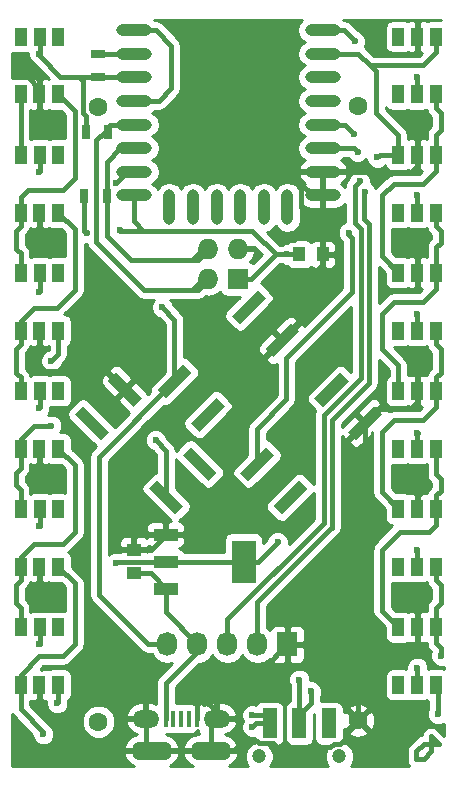
<source format=gtl>
G04 #@! TF.FileFunction,Copper,L1,Top,Signal*
%FSLAX46Y46*%
G04 Gerber Fmt 4.6, Leading zero omitted, Abs format (unit mm)*
G04 Created by KiCad (PCBNEW 4.0.2+dfsg1-stable) date Mon 05 Nov 2018 12:17:06 AM EST*
%MOMM*%
G01*
G04 APERTURE LIST*
%ADD10C,0.100000*%
%ADD11R,1.000000X1.250000*%
%ADD12R,1.000000X1.500000*%
%ADD13O,3.000000X1.000000*%
%ADD14O,1.000000X3.000000*%
%ADD15R,1.727200X2.032000*%
%ADD16O,1.727200X2.032000*%
%ADD17R,0.390000X1.350000*%
%ADD18O,3.500000X1.560000*%
%ADD19O,2.250000X1.500000*%
%ADD20R,1.727200X1.727200*%
%ADD21O,1.727200X1.727200*%
%ADD22R,0.700000X1.300000*%
%ADD23C,1.200000*%
%ADD24R,1.200000X2.500000*%
%ADD25C,1.600000*%
%ADD26R,1.300000X0.700000*%
%ADD27R,2.032000X3.657600*%
%ADD28R,2.032000X1.016000*%
%ADD29R,1.250000X1.000000*%
%ADD30C,0.600000*%
%ADD31C,0.381000*%
%ADD32C,0.254000*%
G04 APERTURE END LIST*
D10*
D11*
X119000000Y-90000000D03*
X121000000Y-90000000D03*
D12*
X127400000Y-76450000D03*
X128950000Y-76450000D03*
X130600000Y-76450000D03*
X130600000Y-71550000D03*
X129000000Y-71550000D03*
X127400000Y-71550000D03*
X127400000Y-86450000D03*
X128950000Y-86450000D03*
X130600000Y-86450000D03*
X130600000Y-81550000D03*
X129000000Y-81550000D03*
X127400000Y-81550000D03*
X127400000Y-96450000D03*
X128950000Y-96450000D03*
X130600000Y-96450000D03*
X130600000Y-91550000D03*
X129000000Y-91550000D03*
X127400000Y-91550000D03*
X127400000Y-106450000D03*
X128950000Y-106450000D03*
X130600000Y-106450000D03*
X130600000Y-101550000D03*
X129000000Y-101550000D03*
X127400000Y-101550000D03*
X127400000Y-116450000D03*
X128950000Y-116450000D03*
X130600000Y-116450000D03*
X130600000Y-111550000D03*
X129000000Y-111550000D03*
X127400000Y-111550000D03*
X127400000Y-126450000D03*
X128950000Y-126450000D03*
X130600000Y-126450000D03*
X130600000Y-121550000D03*
X129000000Y-121550000D03*
X127400000Y-121550000D03*
X98600000Y-121550000D03*
X97050000Y-121550000D03*
X95400000Y-121550000D03*
X95400000Y-126450000D03*
X97000000Y-126450000D03*
X98600000Y-126450000D03*
X98600000Y-111550000D03*
X97050000Y-111550000D03*
X95400000Y-111550000D03*
X95400000Y-116450000D03*
X97000000Y-116450000D03*
X98600000Y-116450000D03*
X98600000Y-101550000D03*
X97050000Y-101550000D03*
X95400000Y-101550000D03*
X95400000Y-106450000D03*
X97000000Y-106450000D03*
X98600000Y-106450000D03*
X98600000Y-91550000D03*
X97050000Y-91550000D03*
X95400000Y-91550000D03*
X95400000Y-96450000D03*
X97000000Y-96450000D03*
X98600000Y-96450000D03*
X98600000Y-81550000D03*
X97050000Y-81550000D03*
X95400000Y-81550000D03*
X95400000Y-86450000D03*
X97000000Y-86450000D03*
X98600000Y-86450000D03*
X98600000Y-71550000D03*
X97050000Y-71550000D03*
X95400000Y-71550000D03*
X95400000Y-76450000D03*
X97000000Y-76450000D03*
X98600000Y-76450000D03*
D13*
X105000000Y-71000000D03*
X105000000Y-73000000D03*
X105000000Y-75000000D03*
X105000000Y-77000000D03*
X105000000Y-79000000D03*
X105000000Y-81000000D03*
X105000000Y-83000000D03*
X105000000Y-85000000D03*
D14*
X108000000Y-86000000D03*
X110000000Y-86000000D03*
X112000000Y-86000000D03*
X114000000Y-86000000D03*
X116000000Y-86000000D03*
X118000000Y-86000000D03*
D13*
X121000000Y-85000000D03*
X121000000Y-83000000D03*
X121000000Y-81000000D03*
X121000000Y-79000000D03*
X121000000Y-77000000D03*
X121000000Y-75000000D03*
X121000000Y-73000000D03*
X121000000Y-71000000D03*
D15*
X118000000Y-123000000D03*
D16*
X115460000Y-123000000D03*
X112920000Y-123000000D03*
X110380000Y-123000000D03*
X107840000Y-123000000D03*
D17*
X107700000Y-129300000D03*
X108350000Y-129300000D03*
X109000000Y-129300000D03*
X109650000Y-129300000D03*
X110300000Y-129300000D03*
D18*
X111500000Y-132000000D03*
X106500000Y-132000000D03*
D19*
X112000000Y-129300000D03*
X106000000Y-129300000D03*
D20*
X113792000Y-92075000D03*
D21*
X111252000Y-92075000D03*
X113792000Y-89535000D03*
X111252000Y-89535000D03*
D22*
X100930000Y-79610000D03*
X102830000Y-79610000D03*
X100790000Y-85050000D03*
X102690000Y-85050000D03*
D10*
G36*
X107693164Y-102185516D02*
X106986057Y-101478409D01*
X109178088Y-99286378D01*
X109885195Y-99993485D01*
X107693164Y-102185516D01*
X107693164Y-102185516D01*
G37*
G36*
X110521591Y-105013943D02*
X109814484Y-104306836D01*
X112006515Y-102114805D01*
X112713622Y-102821912D01*
X110521591Y-105013943D01*
X110521591Y-105013943D01*
G37*
G36*
X116821912Y-98713622D02*
X116114805Y-98006515D01*
X118306836Y-95814484D01*
X119013943Y-96521591D01*
X116821912Y-98713622D01*
X116821912Y-98713622D01*
G37*
G36*
X113993485Y-95885195D02*
X113286378Y-95178088D01*
X115478409Y-92986057D01*
X116185516Y-93693164D01*
X113993485Y-95885195D01*
X113993485Y-95885195D01*
G37*
G36*
X109185516Y-111306836D02*
X108478409Y-112013943D01*
X106286378Y-109821912D01*
X106993485Y-109114805D01*
X109185516Y-111306836D01*
X109185516Y-111306836D01*
G37*
G36*
X112013943Y-108478409D02*
X111306836Y-109185516D01*
X109114805Y-106993485D01*
X109821912Y-106286378D01*
X112013943Y-108478409D01*
X112013943Y-108478409D01*
G37*
G36*
X105713622Y-102178088D02*
X105006515Y-102885195D01*
X102814484Y-100693164D01*
X103521591Y-99986057D01*
X105713622Y-102178088D01*
X105713622Y-102178088D01*
G37*
G36*
X102885195Y-105006515D02*
X102178088Y-105713622D01*
X99986057Y-103521591D01*
X100693164Y-102814484D01*
X102885195Y-105006515D01*
X102885195Y-105006515D01*
G37*
G36*
X114693164Y-109185516D02*
X113986057Y-108478409D01*
X116178088Y-106286378D01*
X116885195Y-106993485D01*
X114693164Y-109185516D01*
X114693164Y-109185516D01*
G37*
G36*
X117521591Y-112013943D02*
X116814484Y-111306836D01*
X119006515Y-109114805D01*
X119713622Y-109821912D01*
X117521591Y-112013943D01*
X117521591Y-112013943D01*
G37*
G36*
X123821912Y-105713622D02*
X123114805Y-105006515D01*
X125306836Y-102814484D01*
X126013943Y-103521591D01*
X123821912Y-105713622D01*
X123821912Y-105713622D01*
G37*
G36*
X120993485Y-102885195D02*
X120286378Y-102178088D01*
X122478409Y-99986057D01*
X123185516Y-100693164D01*
X120993485Y-102885195D01*
X120993485Y-102885195D01*
G37*
D23*
X115600000Y-132500000D03*
X122400000Y-132500000D03*
D24*
X116500000Y-129700000D03*
X119000000Y-129700000D03*
X121500000Y-129700000D03*
D25*
X102000000Y-129550000D03*
X102000000Y-77550000D03*
X124000000Y-77450000D03*
X124000000Y-129450000D03*
D26*
X102000000Y-73050000D03*
X102000000Y-74950000D03*
D27*
X114302000Y-116000000D03*
D28*
X107698000Y-116000000D03*
X107698000Y-118286000D03*
X107698000Y-113714000D03*
D29*
X105000000Y-117000000D03*
X105000000Y-115000000D03*
D30*
X115000000Y-129000000D03*
X115000000Y-130000000D03*
X118745000Y-120650000D03*
X117000000Y-127000000D03*
X120015000Y-94615000D03*
X123825000Y-108585000D03*
X102870000Y-102870000D03*
X105410000Y-113030000D03*
X119150000Y-84020000D03*
X117390000Y-88760000D03*
X98210000Y-78860000D03*
X109350000Y-78740000D03*
X130000000Y-119000000D03*
X130000000Y-109500000D03*
X130000000Y-98500000D03*
X130000000Y-88500000D03*
X130000000Y-79000000D03*
X96000000Y-89000000D03*
X96000000Y-109000000D03*
X96000000Y-119000000D03*
X96000000Y-99000000D03*
X97000000Y-128000000D03*
X96000000Y-74000000D03*
X129000000Y-73000000D03*
X129000000Y-105130000D03*
X96970000Y-93150000D03*
X117170000Y-114360000D03*
X103490000Y-116100000D03*
X101000000Y-88190000D03*
X103800000Y-87970000D03*
X118000000Y-90000000D03*
X129000000Y-95000000D03*
X129000000Y-85000000D03*
X129000000Y-75000000D03*
X120000000Y-127000000D03*
X97000000Y-113000000D03*
X97000000Y-103000000D03*
X97000000Y-83000000D03*
X97000000Y-73000000D03*
X129000000Y-125000000D03*
X129000000Y-115000000D03*
X119000000Y-126000000D03*
X97000000Y-123000000D03*
X125620000Y-81790000D03*
X124530000Y-84680000D03*
X131000000Y-124000000D03*
X98500000Y-128000000D03*
X130750000Y-128940000D03*
X97340000Y-130620000D03*
X98000000Y-99000000D03*
X98000000Y-104500000D03*
X103460000Y-83960000D03*
X106840000Y-105720000D03*
X123190000Y-88160000D03*
X123940000Y-81330000D03*
X123610000Y-79770000D03*
X107390000Y-94470000D03*
X124110000Y-83770000D03*
X123720000Y-71920000D03*
D31*
X128905000Y-132715000D02*
X128905000Y-132080000D01*
X129540000Y-132715000D02*
X128905000Y-132715000D01*
X130175000Y-132080000D02*
X129540000Y-132715000D01*
X130175000Y-130810000D02*
X130175000Y-132080000D01*
X130810000Y-131445000D02*
X130175000Y-130810000D01*
X129540000Y-131445000D02*
X130810000Y-131445000D01*
X128905000Y-132080000D02*
X129540000Y-131445000D01*
X116500000Y-129700000D02*
X116500000Y-129500000D01*
X116500000Y-129500000D02*
X116000000Y-129000000D01*
X116000000Y-129000000D02*
X115000000Y-129000000D01*
X116500000Y-129700000D02*
X115300000Y-129700000D01*
X115300000Y-129700000D02*
X115000000Y-130000000D01*
X118000000Y-123000000D02*
X118000000Y-121395000D01*
X118000000Y-121395000D02*
X118745000Y-120650000D01*
X117000000Y-127000000D02*
X116840000Y-127000000D01*
X117564374Y-97264053D02*
X117564374Y-97065626D01*
X117564374Y-97065626D02*
X120015000Y-94615000D01*
X124564374Y-104264053D02*
X124564374Y-107845626D01*
X124564374Y-107845626D02*
X123825000Y-108585000D01*
X104264053Y-101435626D02*
X104264053Y-101475947D01*
X104264053Y-101475947D02*
X102870000Y-102870000D01*
X105000000Y-115000000D02*
X105000000Y-113440000D01*
X105000000Y-113440000D02*
X105410000Y-113030000D01*
X117130000Y-131720000D02*
X121630000Y-131720000D01*
X115450000Y-131230000D02*
X115620000Y-131400000D01*
X115620000Y-131400000D02*
X116810000Y-131400000D01*
X116810000Y-131400000D02*
X117130000Y-131720000D01*
X111500000Y-132000000D02*
X113350000Y-132000000D01*
X113350000Y-132000000D02*
X114120000Y-131230000D01*
X114120000Y-131230000D02*
X115450000Y-131230000D01*
X122450000Y-131450000D02*
X123060000Y-130840000D01*
X121900000Y-131450000D02*
X122450000Y-131450000D01*
X121630000Y-131720000D02*
X121900000Y-131450000D01*
X111500000Y-132000000D02*
X111500000Y-129800000D01*
X111500000Y-129800000D02*
X112000000Y-129300000D01*
X106500000Y-132000000D02*
X111500000Y-132000000D01*
X106000000Y-129300000D02*
X106000000Y-131500000D01*
X106000000Y-131500000D02*
X106500000Y-132000000D01*
X112000000Y-129300000D02*
X112000000Y-128730000D01*
X112000000Y-128730000D02*
X110635000Y-127365000D01*
X119150000Y-84020000D02*
X119150000Y-85990000D01*
X119150000Y-85990000D02*
X120225000Y-87065000D01*
X120225000Y-87065000D02*
X120255000Y-87095000D01*
X120130000Y-85000000D02*
X119150000Y-84020000D01*
X121000000Y-85000000D02*
X120130000Y-85000000D01*
X121000000Y-85000000D02*
X121000000Y-86350000D01*
X121000000Y-86350000D02*
X120255000Y-87095000D01*
X120255000Y-87095000D02*
X118590000Y-88760000D01*
X118590000Y-88760000D02*
X117390000Y-88760000D01*
X105000000Y-115000000D02*
X106412000Y-115000000D01*
X106412000Y-115000000D02*
X107698000Y-113714000D01*
X121000000Y-83000000D02*
X113610000Y-83000000D01*
X97000000Y-77650000D02*
X97000000Y-76450000D01*
X98210000Y-78860000D02*
X97000000Y-77650000D01*
X113610000Y-83000000D02*
X109350000Y-78740000D01*
X121000000Y-83000000D02*
X121000000Y-85000000D01*
X104264053Y-98435626D02*
X104264053Y-98225947D01*
X121000000Y-90000000D02*
X121000000Y-90828427D01*
X121000000Y-90828427D02*
X117564374Y-94264053D01*
X129000000Y-102520000D02*
X129000000Y-101550000D01*
X128400000Y-103120000D02*
X129000000Y-102520000D01*
X125370000Y-103120000D02*
X128400000Y-103120000D01*
X104264053Y-98435626D02*
X101124374Y-98435626D01*
X96850000Y-99850000D02*
X96000000Y-99000000D01*
X99710000Y-99850000D02*
X96850000Y-99850000D01*
X101124374Y-98435626D02*
X99710000Y-99850000D01*
X129000000Y-121550000D02*
X129000000Y-120000000D01*
X129000000Y-120000000D02*
X130000000Y-119000000D01*
X129000000Y-111550000D02*
X129000000Y-110500000D01*
X129000000Y-110500000D02*
X130000000Y-109500000D01*
X129000000Y-101550000D02*
X129000000Y-99500000D01*
X129000000Y-99500000D02*
X130000000Y-98500000D01*
X129000000Y-91550000D02*
X129000000Y-89500000D01*
X129000000Y-89500000D02*
X130000000Y-88500000D01*
X129000000Y-81550000D02*
X129000000Y-80000000D01*
X129000000Y-80000000D02*
X130000000Y-79000000D01*
X97000000Y-86450000D02*
X97000000Y-88000000D01*
X97000000Y-88000000D02*
X96000000Y-89000000D01*
X97000000Y-106450000D02*
X97000000Y-108000000D01*
X97000000Y-108000000D02*
X96000000Y-109000000D01*
X97000000Y-116450000D02*
X97000000Y-118000000D01*
X97000000Y-118000000D02*
X96000000Y-119000000D01*
X96000000Y-99000000D02*
X97000000Y-98000000D01*
X97000000Y-98000000D02*
X97000000Y-96450000D01*
X121000000Y-83000000D02*
X128500000Y-83000000D01*
X129000000Y-82500000D02*
X129000000Y-81550000D01*
X128500000Y-83000000D02*
X129000000Y-82500000D01*
X97000000Y-128000000D02*
X97000000Y-126450000D01*
X110300000Y-129300000D02*
X110300000Y-127700000D01*
X116000000Y-125000000D02*
X118000000Y-123000000D01*
X113000000Y-125000000D02*
X116000000Y-125000000D01*
X110300000Y-127700000D02*
X110635000Y-127365000D01*
X110635000Y-127365000D02*
X113000000Y-125000000D01*
X124000000Y-129450000D02*
X124000000Y-125000000D01*
X122000000Y-123000000D02*
X118000000Y-123000000D01*
X124000000Y-125000000D02*
X122000000Y-123000000D01*
X97000000Y-76450000D02*
X97000000Y-76000000D01*
X97000000Y-76000000D02*
X96000000Y-75000000D01*
X96000000Y-75000000D02*
X96000000Y-74000000D01*
X129000000Y-73000000D02*
X129000000Y-71550000D01*
X114930000Y-92070000D02*
X114925000Y-92075000D01*
X114925000Y-92075000D02*
X113792000Y-92075000D01*
X128950000Y-106450000D02*
X128950000Y-105180000D01*
X128950000Y-105180000D02*
X129000000Y-105130000D01*
X129010000Y-105120000D02*
X129010000Y-105110000D01*
X129000000Y-105130000D02*
X129010000Y-105120000D01*
X97050000Y-91550000D02*
X97050000Y-93070000D01*
X97050000Y-93070000D02*
X96970000Y-93150000D01*
X114930000Y-92070000D02*
X117000000Y-90000000D01*
X114302000Y-116000000D02*
X115530000Y-116000000D01*
X115530000Y-116000000D02*
X117170000Y-114360000D01*
X107698000Y-116000000D02*
X103590000Y-116000000D01*
X103590000Y-116000000D02*
X103490000Y-116100000D01*
X107698000Y-116000000D02*
X114302000Y-116000000D01*
X105000000Y-85000000D02*
X105000000Y-87190000D01*
X105000000Y-87190000D02*
X105810000Y-88000000D01*
X105000000Y-88000000D02*
X103830000Y-88000000D01*
X117000000Y-90000000D02*
X115000000Y-88000000D01*
X115000000Y-88000000D02*
X108870000Y-88000000D01*
X108870000Y-88000000D02*
X105810000Y-88000000D01*
X105810000Y-88000000D02*
X105000000Y-88000000D01*
X118000000Y-90000000D02*
X117000000Y-90000000D01*
X100790000Y-87980000D02*
X100790000Y-85050000D01*
X101000000Y-88190000D02*
X100790000Y-87980000D01*
X103830000Y-88000000D02*
X103800000Y-87970000D01*
X100930000Y-79610000D02*
X100930000Y-78290000D01*
X100690000Y-75320000D02*
X100320000Y-74950000D01*
X100690000Y-78050000D02*
X100690000Y-75320000D01*
X100930000Y-78290000D02*
X100690000Y-78050000D01*
X118000000Y-90000000D02*
X119000000Y-90000000D01*
X128950000Y-96450000D02*
X128950000Y-95050000D01*
X128950000Y-95050000D02*
X129000000Y-95000000D01*
X129000000Y-85000000D02*
X128950000Y-85050000D01*
X128950000Y-85050000D02*
X128950000Y-86450000D01*
X128950000Y-75050000D02*
X128950000Y-76450000D01*
X129000000Y-75000000D02*
X128950000Y-75050000D01*
X120000000Y-128000000D02*
X120000000Y-127000000D01*
X119000000Y-129000000D02*
X120000000Y-128000000D01*
X97050000Y-111550000D02*
X97050000Y-112950000D01*
X97050000Y-112950000D02*
X97000000Y-113000000D01*
X97050000Y-101550000D02*
X97050000Y-102950000D01*
X97050000Y-102950000D02*
X97000000Y-103000000D01*
X97050000Y-81550000D02*
X97050000Y-82950000D01*
X97050000Y-82950000D02*
X97000000Y-83000000D01*
X97000000Y-73000000D02*
X97050000Y-73000000D01*
X97050000Y-73000000D02*
X97000000Y-73000000D01*
X97000000Y-73000000D02*
X97050000Y-73000000D01*
X128950000Y-126450000D02*
X128950000Y-125050000D01*
X128950000Y-125050000D02*
X129000000Y-125000000D01*
X128950000Y-115050000D02*
X128950000Y-116450000D01*
X129000000Y-115000000D02*
X128950000Y-115050000D01*
X119000000Y-129700000D02*
X119000000Y-129000000D01*
X97050000Y-121550000D02*
X97050000Y-122950000D01*
X119000000Y-126000000D02*
X119000000Y-129700000D01*
X97050000Y-122950000D02*
X97000000Y-123000000D01*
X102000000Y-74950000D02*
X100320000Y-74950000D01*
X100320000Y-74950000D02*
X98780000Y-74950000D01*
X97050000Y-73220000D02*
X97050000Y-73000000D01*
X97050000Y-73000000D02*
X97050000Y-71550000D01*
X98780000Y-74950000D02*
X97050000Y-73220000D01*
X102000000Y-74950000D02*
X104950000Y-74950000D01*
X104950000Y-74950000D02*
X105000000Y-75000000D01*
X130600000Y-76450000D02*
X130600000Y-77600000D01*
X130600000Y-79900000D02*
X130600000Y-81550000D01*
X131000000Y-79500000D02*
X130600000Y-79900000D01*
X131000000Y-78000000D02*
X131000000Y-79500000D01*
X130600000Y-77600000D02*
X131000000Y-78000000D01*
X130600000Y-81550000D02*
X130600000Y-82900000D01*
X126000000Y-90150000D02*
X127400000Y-91550000D01*
X126000000Y-85000000D02*
X126000000Y-90150000D01*
X127000000Y-84000000D02*
X126000000Y-85000000D01*
X129500000Y-84000000D02*
X127000000Y-84000000D01*
X130600000Y-82900000D02*
X129500000Y-84000000D01*
X121675000Y-113175000D02*
X121770000Y-113080000D01*
X125860000Y-81550000D02*
X125620000Y-81790000D01*
X124530000Y-84680000D02*
X124500000Y-84710000D01*
X124500000Y-84710000D02*
X124500000Y-86980000D01*
X124500000Y-86980000D02*
X124920000Y-87400000D01*
X124920000Y-87400000D02*
X124920000Y-98318028D01*
X125860000Y-81550000D02*
X127400000Y-81550000D01*
X124920000Y-100860000D02*
X124920000Y-98318028D01*
X121770000Y-104010000D02*
X124920000Y-100860000D01*
X121770000Y-113080000D02*
X121770000Y-104010000D01*
X115460000Y-119390000D02*
X115460000Y-123000000D01*
X121730000Y-113120000D02*
X121675000Y-113175000D01*
X121675000Y-113175000D02*
X115460000Y-119390000D01*
X130600000Y-71550000D02*
X130600000Y-72900000D01*
X129500000Y-74000000D02*
X125000000Y-74000000D01*
X130600000Y-72900000D02*
X129500000Y-74000000D01*
X127400000Y-81550000D02*
X127400000Y-79900000D01*
X127400000Y-79900000D02*
X125500000Y-78000000D01*
X125500000Y-78000000D02*
X125500000Y-74500000D01*
X125500000Y-74500000D02*
X125000000Y-74000000D01*
X124000000Y-73000000D02*
X121000000Y-73000000D01*
X125000000Y-74000000D02*
X124000000Y-73000000D01*
X130600000Y-86450000D02*
X130600000Y-87600000D01*
X130600000Y-89400000D02*
X130600000Y-91550000D01*
X131000000Y-89000000D02*
X130600000Y-89400000D01*
X131000000Y-88000000D02*
X131000000Y-89000000D01*
X130600000Y-87600000D02*
X131000000Y-88000000D01*
X130600000Y-91550000D02*
X130600000Y-92900000D01*
X127400000Y-99400000D02*
X127400000Y-101550000D01*
X126000000Y-98000000D02*
X127400000Y-99400000D01*
X126000000Y-95000000D02*
X126000000Y-98000000D01*
X127000000Y-94000000D02*
X126000000Y-95000000D01*
X129500000Y-94000000D02*
X127000000Y-94000000D01*
X130600000Y-92900000D02*
X129500000Y-94000000D01*
X130600000Y-101550000D02*
X130600000Y-100400000D01*
X130600000Y-97600000D02*
X130600000Y-96450000D01*
X131000000Y-98000000D02*
X130600000Y-97600000D01*
X131000000Y-100000000D02*
X131000000Y-98000000D01*
X130600000Y-100400000D02*
X131000000Y-100000000D01*
X130600000Y-101550000D02*
X130600000Y-102900000D01*
X126000000Y-110150000D02*
X127400000Y-111550000D01*
X126000000Y-105000000D02*
X126000000Y-110150000D01*
X127000000Y-104000000D02*
X126000000Y-105000000D01*
X129500000Y-104000000D02*
X127000000Y-104000000D01*
X130600000Y-102900000D02*
X129500000Y-104000000D01*
X130600000Y-111550000D02*
X130600000Y-110400000D01*
X130600000Y-108600000D02*
X130600000Y-106450000D01*
X131000000Y-109000000D02*
X130600000Y-108600000D01*
X131000000Y-110000000D02*
X131000000Y-109000000D01*
X130600000Y-110400000D02*
X131000000Y-110000000D01*
X130600000Y-111550000D02*
X130600000Y-112900000D01*
X126000000Y-120150000D02*
X127400000Y-121550000D01*
X126000000Y-115000000D02*
X126000000Y-120150000D01*
X127500000Y-113500000D02*
X126000000Y-115000000D01*
X130000000Y-113500000D02*
X127500000Y-113500000D01*
X130600000Y-112900000D02*
X130000000Y-113500000D01*
X130600000Y-122900000D02*
X131000000Y-123300000D01*
X131000000Y-123300000D02*
X131000000Y-124000000D01*
X98500000Y-128000000D02*
X98600000Y-127900000D01*
X98600000Y-126450000D02*
X98600000Y-127900000D01*
X130600000Y-122900000D02*
X130600000Y-121550000D01*
X130600000Y-116450000D02*
X130600000Y-117600000D01*
X130600000Y-119900000D02*
X130600000Y-121550000D01*
X131000000Y-119500000D02*
X130600000Y-119900000D01*
X131000000Y-118000000D02*
X131000000Y-119500000D01*
X130600000Y-117600000D02*
X131000000Y-118000000D01*
X95400000Y-128490000D02*
X97340000Y-130430000D01*
X95400000Y-126450000D02*
X95400000Y-128490000D01*
X130750000Y-128940000D02*
X130750000Y-126600000D01*
X97340000Y-130430000D02*
X97340000Y-130620000D01*
X130600000Y-126450000D02*
X130750000Y-126600000D01*
X95400000Y-126450000D02*
X95400000Y-125600000D01*
X100000000Y-117850000D02*
X98600000Y-116450000D01*
X100000000Y-123000000D02*
X100000000Y-117850000D01*
X99000000Y-124000000D02*
X100000000Y-123000000D01*
X97000000Y-124000000D02*
X99000000Y-124000000D01*
X95400000Y-125600000D02*
X97000000Y-124000000D01*
X95400000Y-121550000D02*
X95400000Y-119900000D01*
X95400000Y-117600000D02*
X95400000Y-116450000D01*
X95000000Y-118000000D02*
X95400000Y-117600000D01*
X95000000Y-119500000D02*
X95000000Y-118000000D01*
X95400000Y-119900000D02*
X95000000Y-119500000D01*
X95400000Y-116450000D02*
X95400000Y-115600000D01*
X100000000Y-107850000D02*
X98600000Y-106450000D01*
X100000000Y-113500000D02*
X100000000Y-107850000D01*
X99000000Y-114500000D02*
X100000000Y-113500000D01*
X96500000Y-114500000D02*
X99000000Y-114500000D01*
X95400000Y-115600000D02*
X96500000Y-114500000D01*
X95400000Y-111550000D02*
X95400000Y-109900000D01*
X95400000Y-108100000D02*
X95400000Y-106450000D01*
X95000000Y-108500000D02*
X95400000Y-108100000D01*
X95000000Y-109500000D02*
X95000000Y-108500000D01*
X95400000Y-109900000D02*
X95000000Y-109500000D01*
X95400000Y-106450000D02*
X95400000Y-105600000D01*
X98600000Y-98400000D02*
X98600000Y-96450000D01*
X98000000Y-99000000D02*
X98600000Y-98400000D01*
X96500000Y-104500000D02*
X98000000Y-104500000D01*
X95400000Y-105600000D02*
X96500000Y-104500000D01*
X95400000Y-96450000D02*
X95400000Y-95600000D01*
X100000000Y-87850000D02*
X98600000Y-86450000D01*
X100000000Y-93000000D02*
X100000000Y-87850000D01*
X98500000Y-94500000D02*
X100000000Y-93000000D01*
X96500000Y-94500000D02*
X98500000Y-94500000D01*
X95400000Y-95600000D02*
X96500000Y-94500000D01*
X95400000Y-101550000D02*
X95400000Y-100400000D01*
X95400000Y-97600000D02*
X95400000Y-96450000D01*
X95000000Y-98000000D02*
X95400000Y-97600000D01*
X95000000Y-100000000D02*
X95000000Y-98000000D01*
X95400000Y-100400000D02*
X95000000Y-100000000D01*
X95400000Y-86450000D02*
X95400000Y-87600000D01*
X95400000Y-89900000D02*
X95400000Y-91550000D01*
X95000000Y-89500000D02*
X95400000Y-89900000D01*
X95000000Y-88000000D02*
X95000000Y-89500000D01*
X95400000Y-87600000D02*
X95000000Y-88000000D01*
X95400000Y-86450000D02*
X95400000Y-85100000D01*
X100000000Y-77850000D02*
X98600000Y-76450000D01*
X100000000Y-83500000D02*
X100000000Y-77850000D01*
X99000000Y-84500000D02*
X100000000Y-83500000D01*
X96000000Y-84500000D02*
X99000000Y-84500000D01*
X95400000Y-85100000D02*
X96000000Y-84500000D01*
X95400000Y-81550000D02*
X95400000Y-76450000D01*
X105000000Y-71000000D02*
X106840000Y-71000000D01*
X107100000Y-77000000D02*
X105000000Y-77000000D01*
X108160000Y-75940000D02*
X107100000Y-77000000D01*
X108160000Y-72320000D02*
X108160000Y-75940000D01*
X106840000Y-71000000D02*
X108160000Y-72320000D01*
X102000000Y-73050000D02*
X104950000Y-73050000D01*
X104950000Y-73050000D02*
X105000000Y-73000000D01*
X111252000Y-92208000D02*
X110460000Y-93000000D01*
X110460000Y-93000000D02*
X109580000Y-93000000D01*
X111252000Y-92208000D02*
X111252000Y-92075000D01*
X109855000Y-93000000D02*
X110200000Y-93000000D01*
X110200000Y-93000000D02*
X111125000Y-92075000D01*
X109580000Y-93000000D02*
X109855000Y-93000000D01*
X109855000Y-93000000D02*
X109890000Y-93000000D01*
X109890000Y-93000000D02*
X110510000Y-92380000D01*
X101790000Y-80330000D02*
X101790000Y-88950000D01*
X101790000Y-88950000D02*
X105840000Y-93000000D01*
X105840000Y-93000000D02*
X109580000Y-93000000D01*
X102510000Y-79610000D02*
X101790000Y-80330000D01*
X102830000Y-79610000D02*
X102510000Y-79610000D01*
X103000000Y-79000000D02*
X105000000Y-79000000D01*
X111252000Y-89668000D02*
X110460000Y-90460000D01*
X110460000Y-90460000D02*
X109640000Y-90460000D01*
X111252000Y-89668000D02*
X111252000Y-89535000D01*
X109855000Y-90460000D02*
X110200000Y-90460000D01*
X110200000Y-90460000D02*
X111125000Y-89535000D01*
X109640000Y-90460000D02*
X109855000Y-90460000D01*
X109855000Y-90460000D02*
X109890000Y-90460000D01*
X109890000Y-90460000D02*
X110510000Y-89840000D01*
X109640000Y-90460000D02*
X104740000Y-90460000D01*
X104740000Y-90460000D02*
X102690000Y-88410000D01*
X102690000Y-88410000D02*
X102690000Y-85050000D01*
X102690000Y-85050000D02*
X102690000Y-82160000D01*
X102690000Y-82160000D02*
X103850000Y-81000000D01*
X103850000Y-81000000D02*
X105000000Y-81000000D01*
X107735947Y-110564374D02*
X107735947Y-106615947D01*
X103460000Y-83960000D02*
X104420000Y-83000000D01*
X107735947Y-106615947D02*
X106840000Y-105720000D01*
X104420000Y-83000000D02*
X105000000Y-83000000D01*
X105000000Y-83000000D02*
X104470000Y-83000000D01*
X115435626Y-107735947D02*
X115435626Y-104735947D01*
X123190000Y-88370000D02*
X123190000Y-88160000D01*
X115435626Y-104735947D02*
X117900000Y-102271573D01*
X117900000Y-98750000D02*
X117900000Y-102271573D01*
X123440000Y-93210000D02*
X117900000Y-98750000D01*
X123440000Y-88620000D02*
X123440000Y-93210000D01*
X123440000Y-88620000D02*
X123190000Y-88370000D01*
X123630000Y-81000000D02*
X123940000Y-81330000D01*
X123630000Y-81000000D02*
X121000000Y-81000000D01*
X108435626Y-97800000D02*
X108435626Y-95515626D01*
X123610000Y-79770000D02*
X122840000Y-79000000D01*
X122840000Y-79000000D02*
X121000000Y-79000000D01*
X108435626Y-95515626D02*
X107390000Y-94470000D01*
X107840000Y-123000000D02*
X106220000Y-123000000D01*
X102030000Y-107141573D02*
X108435626Y-100735947D01*
X102030000Y-118810000D02*
X102030000Y-107141573D01*
X106220000Y-123000000D02*
X102030000Y-118810000D01*
X108435626Y-97735947D02*
X108435626Y-97800000D01*
X108435626Y-97800000D02*
X108435626Y-100234374D01*
X107840000Y-122160000D02*
X107840000Y-123000000D01*
X124190000Y-98150000D02*
X124190000Y-100470000D01*
X124190000Y-87820000D02*
X123690000Y-87320000D01*
X123690000Y-87320000D02*
X123690000Y-84190000D01*
X123690000Y-84190000D02*
X124110000Y-83770000D01*
X123720000Y-71920000D02*
X122800000Y-71000000D01*
X121000000Y-71000000D02*
X122800000Y-71000000D01*
X112920000Y-120900000D02*
X112920000Y-123000000D01*
X124190000Y-98150000D02*
X124190000Y-89220000D01*
X112920000Y-120900000D02*
X121070000Y-112750000D01*
X124190000Y-89220000D02*
X124190000Y-87820000D01*
X121070000Y-103590000D02*
X121070000Y-112750000D01*
X124190000Y-100470000D02*
X121070000Y-103590000D01*
X107678000Y-118306000D02*
X107678000Y-120298000D01*
X107678000Y-120298000D02*
X110380000Y-123000000D01*
X107678000Y-118306000D02*
X107698000Y-118286000D01*
X105000000Y-117000000D02*
X106412000Y-117000000D01*
X106412000Y-117000000D02*
X107698000Y-118286000D01*
X107700000Y-129300000D02*
X107700000Y-126300000D01*
X107700000Y-126300000D02*
X110380000Y-123620000D01*
X110380000Y-123620000D02*
X110380000Y-123000000D01*
D32*
G36*
X100999309Y-89125000D02*
X101027337Y-89265906D01*
X101206283Y-89533717D01*
X105256283Y-93583717D01*
X105524094Y-93762663D01*
X105840000Y-93825501D01*
X105840005Y-93825500D01*
X106712180Y-93825500D01*
X106597808Y-93939673D01*
X106455162Y-94283201D01*
X106454838Y-94655167D01*
X106596883Y-94998943D01*
X106859673Y-95262192D01*
X107124884Y-95372318D01*
X107610126Y-95857559D01*
X107610126Y-99938722D01*
X106528248Y-101020600D01*
X106393163Y-101218303D01*
X106338679Y-101469465D01*
X106369717Y-101634422D01*
X106218849Y-101785290D01*
X105268675Y-100835116D01*
X105044169Y-100835116D01*
X104443658Y-101435626D01*
X104457801Y-101449769D01*
X104278196Y-101629374D01*
X104264053Y-101615231D01*
X103663543Y-102215742D01*
X103663543Y-102440248D01*
X104613717Y-103390422D01*
X103387835Y-104616304D01*
X103343004Y-104548706D01*
X101150973Y-102356675D01*
X100953270Y-102221590D01*
X100702108Y-102167106D01*
X100449537Y-102214630D01*
X100235355Y-102356675D01*
X99528248Y-103063782D01*
X99393163Y-103261485D01*
X99338679Y-103512647D01*
X99386203Y-103765218D01*
X99528248Y-103979400D01*
X101720279Y-106171431D01*
X101787071Y-106217068D01*
X101446283Y-106557856D01*
X101267337Y-106825667D01*
X101267337Y-106825668D01*
X101204500Y-107141573D01*
X101204500Y-118810000D01*
X101267337Y-119125906D01*
X101446283Y-119393717D01*
X105636283Y-123583717D01*
X105904095Y-123762663D01*
X106220000Y-123825501D01*
X106220005Y-123825500D01*
X106500420Y-123825500D01*
X106780330Y-124244415D01*
X107266511Y-124569271D01*
X107840000Y-124683345D01*
X108226002Y-124606564D01*
X107116283Y-125716283D01*
X106937337Y-125984094D01*
X106897017Y-126186799D01*
X106874500Y-126300000D01*
X106874500Y-128025263D01*
X106502000Y-127915000D01*
X106127000Y-127915000D01*
X106127000Y-129173000D01*
X106147000Y-129173000D01*
X106147000Y-129427000D01*
X106127000Y-129427000D01*
X106127000Y-129447000D01*
X105873000Y-129447000D01*
X105873000Y-129427000D01*
X104405344Y-129427000D01*
X104282682Y-129641185D01*
X104296827Y-129712684D01*
X104555855Y-130189540D01*
X104977651Y-130530972D01*
X105281155Y-130620812D01*
X104871170Y-130741311D01*
X104439641Y-131089246D01*
X104174109Y-131575835D01*
X104157929Y-131654102D01*
X104280186Y-131873000D01*
X106373000Y-131873000D01*
X106373000Y-131853000D01*
X106627000Y-131853000D01*
X106627000Y-131873000D01*
X108719814Y-131873000D01*
X108842071Y-131654102D01*
X108825891Y-131575835D01*
X108560359Y-131089246D01*
X108128830Y-130741311D01*
X107724385Y-130622440D01*
X107895000Y-130622440D01*
X108029772Y-130597081D01*
X108155000Y-130622440D01*
X108545000Y-130622440D01*
X108679772Y-130597081D01*
X108805000Y-130622440D01*
X109195000Y-130622440D01*
X109329772Y-130597081D01*
X109455000Y-130622440D01*
X109845000Y-130622440D01*
X109957582Y-130601256D01*
X109978691Y-130610000D01*
X110043750Y-130610000D01*
X110074492Y-130579258D01*
X110080317Y-130578162D01*
X110296441Y-130439090D01*
X110397500Y-130291185D01*
X110397500Y-130451250D01*
X110531250Y-130585000D01*
X110403000Y-130585000D01*
X109871170Y-130741311D01*
X109439641Y-131089246D01*
X109174109Y-131575835D01*
X109157929Y-131654102D01*
X109280186Y-131873000D01*
X111373000Y-131873000D01*
X111373000Y-131853000D01*
X111627000Y-131853000D01*
X111627000Y-131873000D01*
X113719814Y-131873000D01*
X113842071Y-131654102D01*
X113825891Y-131575835D01*
X113560359Y-131089246D01*
X113128830Y-130741311D01*
X112718845Y-130620812D01*
X113022349Y-130530972D01*
X113444145Y-130189540D01*
X113703173Y-129712684D01*
X113717318Y-129641185D01*
X113594656Y-129427000D01*
X112127000Y-129427000D01*
X112127000Y-129447000D01*
X111873000Y-129447000D01*
X111873000Y-129427000D01*
X111853000Y-129427000D01*
X111853000Y-129173000D01*
X111873000Y-129173000D01*
X111873000Y-127915000D01*
X112127000Y-127915000D01*
X112127000Y-129173000D01*
X113594656Y-129173000D01*
X113717318Y-128958815D01*
X113703173Y-128887316D01*
X113444145Y-128410460D01*
X113022349Y-128069028D01*
X112502000Y-127915000D01*
X112127000Y-127915000D01*
X111873000Y-127915000D01*
X111498000Y-127915000D01*
X110977651Y-128069028D01*
X110899950Y-128131925D01*
X110854698Y-128086673D01*
X110621309Y-127990000D01*
X110556250Y-127990000D01*
X110397500Y-128148750D01*
X110397500Y-128310952D01*
X110309090Y-128173559D01*
X110096890Y-128028569D01*
X110078619Y-128024869D01*
X110043750Y-127990000D01*
X109978691Y-127990000D01*
X109954964Y-127999828D01*
X109845000Y-127977560D01*
X109455000Y-127977560D01*
X109320228Y-128002919D01*
X109195000Y-127977560D01*
X108805000Y-127977560D01*
X108670228Y-128002919D01*
X108545000Y-127977560D01*
X108525500Y-127977560D01*
X108525500Y-126641934D01*
X110509934Y-124657500D01*
X110953489Y-124569271D01*
X111439670Y-124244415D01*
X111650000Y-123929634D01*
X111860330Y-124244415D01*
X112346511Y-124569271D01*
X112920000Y-124683345D01*
X113493489Y-124569271D01*
X113979670Y-124244415D01*
X114190000Y-123929634D01*
X114400330Y-124244415D01*
X114886511Y-124569271D01*
X115460000Y-124683345D01*
X116033489Y-124569271D01*
X116519670Y-124244415D01*
X116534500Y-124222220D01*
X116598073Y-124375698D01*
X116776701Y-124554327D01*
X117010090Y-124651000D01*
X117714250Y-124651000D01*
X117873000Y-124492250D01*
X117873000Y-123127000D01*
X118127000Y-123127000D01*
X118127000Y-124492250D01*
X118285750Y-124651000D01*
X118989910Y-124651000D01*
X119223299Y-124554327D01*
X119401927Y-124375698D01*
X119498600Y-124142309D01*
X119498600Y-123285750D01*
X119339850Y-123127000D01*
X118127000Y-123127000D01*
X117873000Y-123127000D01*
X117853000Y-123127000D01*
X117853000Y-122873000D01*
X117873000Y-122873000D01*
X117873000Y-121507750D01*
X118127000Y-121507750D01*
X118127000Y-122873000D01*
X119339850Y-122873000D01*
X119498600Y-122714250D01*
X119498600Y-121857691D01*
X119401927Y-121624302D01*
X119223299Y-121445673D01*
X118989910Y-121349000D01*
X118285750Y-121349000D01*
X118127000Y-121507750D01*
X117873000Y-121507750D01*
X117714250Y-121349000D01*
X117010090Y-121349000D01*
X116776701Y-121445673D01*
X116598073Y-121624302D01*
X116534500Y-121777780D01*
X116519670Y-121755585D01*
X116285500Y-121599117D01*
X116285500Y-119731934D01*
X122258714Y-113758719D01*
X122258717Y-113758717D01*
X122280097Y-113737337D01*
X122353714Y-113663719D01*
X122353717Y-113663717D01*
X122463109Y-113500000D01*
X122532663Y-113395906D01*
X122595500Y-113080000D01*
X122595500Y-105385235D01*
X122755106Y-105544842D01*
X122817290Y-105607026D01*
X123041796Y-105607026D01*
X124384769Y-104264053D01*
X123784258Y-103663543D01*
X123559752Y-103663543D01*
X122595500Y-104627794D01*
X122595500Y-104351934D01*
X123688002Y-103259431D01*
X123963864Y-103259431D01*
X123963864Y-103483937D01*
X124564374Y-104084448D01*
X125907347Y-102741475D01*
X125907347Y-102516969D01*
X125845163Y-102454785D01*
X125666534Y-102276157D01*
X125433145Y-102179484D01*
X125180526Y-102179485D01*
X124947137Y-102276157D01*
X123963864Y-103259431D01*
X123688002Y-103259431D01*
X125503714Y-101443719D01*
X125503717Y-101443717D01*
X125682663Y-101175905D01*
X125706968Y-101053717D01*
X125745501Y-100860000D01*
X125745500Y-100859995D01*
X125745500Y-98912934D01*
X126574500Y-99741934D01*
X126574500Y-100254869D01*
X126448559Y-100335910D01*
X126303569Y-100548110D01*
X126252560Y-100800000D01*
X126252560Y-102300000D01*
X126296838Y-102535317D01*
X126435910Y-102751441D01*
X126648110Y-102896431D01*
X126900000Y-102947440D01*
X127900000Y-102947440D01*
X128135317Y-102903162D01*
X128198567Y-102862462D01*
X128373690Y-102935000D01*
X128714250Y-102935000D01*
X128873000Y-102776250D01*
X128873000Y-101677000D01*
X128853000Y-101677000D01*
X128853000Y-101423000D01*
X128873000Y-101423000D01*
X128873000Y-100323750D01*
X128714250Y-100165000D01*
X128373690Y-100165000D01*
X128225500Y-100226382D01*
X128225500Y-99400005D01*
X128225501Y-99400000D01*
X128162663Y-99084094D01*
X127983717Y-98816283D01*
X127014874Y-97847440D01*
X127900000Y-97847440D01*
X128135317Y-97803162D01*
X128172728Y-97779088D01*
X128198110Y-97796431D01*
X128450000Y-97847440D01*
X129450000Y-97847440D01*
X129685317Y-97803162D01*
X129774228Y-97745949D01*
X129808140Y-97769121D01*
X129837337Y-97915906D01*
X130016283Y-98183717D01*
X130174500Y-98341934D01*
X130174500Y-99658066D01*
X130016283Y-99816283D01*
X129837337Y-100084094D01*
X129821709Y-100162663D01*
X129807605Y-100233566D01*
X129801433Y-100237538D01*
X129626310Y-100165000D01*
X129285750Y-100165000D01*
X129127000Y-100323750D01*
X129127000Y-101423000D01*
X129147000Y-101423000D01*
X129147000Y-101677000D01*
X129127000Y-101677000D01*
X129127000Y-102776250D01*
X129285750Y-102935000D01*
X129397566Y-102935000D01*
X129158066Y-103174500D01*
X127000005Y-103174500D01*
X127000000Y-103174499D01*
X126684095Y-103237337D01*
X126605322Y-103289971D01*
X126552270Y-103161893D01*
X126373642Y-102983264D01*
X126311458Y-102921080D01*
X126086952Y-102921080D01*
X124743979Y-104264053D01*
X124758122Y-104278195D01*
X124578516Y-104457801D01*
X124564374Y-104443658D01*
X123221401Y-105786631D01*
X123221401Y-106011137D01*
X123283585Y-106073321D01*
X123462214Y-106251949D01*
X123695603Y-106348622D01*
X123948222Y-106348621D01*
X124181611Y-106251949D01*
X125164884Y-105268675D01*
X125164884Y-105044171D01*
X125174500Y-105053787D01*
X125174500Y-110150000D01*
X125237337Y-110465906D01*
X125416283Y-110733717D01*
X126252560Y-111569994D01*
X126252560Y-112300000D01*
X126296838Y-112535317D01*
X126435910Y-112751441D01*
X126648110Y-112896431D01*
X126887632Y-112944935D01*
X125416283Y-114416283D01*
X125237337Y-114684094D01*
X125211118Y-114815906D01*
X125174500Y-115000000D01*
X125174500Y-120150000D01*
X125237337Y-120465906D01*
X125416283Y-120733717D01*
X126252560Y-121569994D01*
X126252560Y-122300000D01*
X126296838Y-122535317D01*
X126435910Y-122751441D01*
X126648110Y-122896431D01*
X126900000Y-122947440D01*
X127900000Y-122947440D01*
X128135317Y-122903162D01*
X128198567Y-122862462D01*
X128373690Y-122935000D01*
X128714250Y-122935000D01*
X128873000Y-122776250D01*
X128873000Y-121677000D01*
X128853000Y-121677000D01*
X128853000Y-121423000D01*
X128873000Y-121423000D01*
X128873000Y-120323750D01*
X128714250Y-120165000D01*
X128373690Y-120165000D01*
X128200459Y-120236755D01*
X128151890Y-120203569D01*
X127900000Y-120152560D01*
X127169994Y-120152560D01*
X126825500Y-119808066D01*
X126825500Y-117832353D01*
X126900000Y-117847440D01*
X127900000Y-117847440D01*
X128135317Y-117803162D01*
X128172728Y-117779088D01*
X128198110Y-117796431D01*
X128450000Y-117847440D01*
X129450000Y-117847440D01*
X129685317Y-117803162D01*
X129774228Y-117745949D01*
X129808140Y-117769121D01*
X129837337Y-117915906D01*
X130016283Y-118183717D01*
X130174500Y-118341934D01*
X130174500Y-119158066D01*
X130016283Y-119316283D01*
X129837337Y-119584094D01*
X129837337Y-119584095D01*
X129774500Y-119900000D01*
X129774500Y-120226382D01*
X129626310Y-120165000D01*
X129285750Y-120165000D01*
X129127000Y-120323750D01*
X129127000Y-121423000D01*
X129147000Y-121423000D01*
X129147000Y-121677000D01*
X129127000Y-121677000D01*
X129127000Y-122776250D01*
X129285750Y-122935000D01*
X129626310Y-122935000D01*
X129774500Y-122873618D01*
X129774500Y-122900000D01*
X129837337Y-123215906D01*
X130016283Y-123483717D01*
X130147493Y-123614927D01*
X130065162Y-123813201D01*
X130064838Y-124185167D01*
X130206883Y-124528943D01*
X130469673Y-124792192D01*
X130813201Y-124934838D01*
X131185167Y-124935162D01*
X131290000Y-124891846D01*
X131290000Y-125091036D01*
X131100000Y-125052560D01*
X130100000Y-125052560D01*
X129934928Y-125083620D01*
X129935162Y-124814833D01*
X129793117Y-124471057D01*
X129530327Y-124207808D01*
X129186799Y-124065162D01*
X128814833Y-124064838D01*
X128471057Y-124206883D01*
X128207808Y-124469673D01*
X128065162Y-124813201D01*
X128064924Y-125085958D01*
X127900000Y-125052560D01*
X126900000Y-125052560D01*
X126664683Y-125096838D01*
X126448559Y-125235910D01*
X126303569Y-125448110D01*
X126252560Y-125700000D01*
X126252560Y-127200000D01*
X126296838Y-127435317D01*
X126435910Y-127651441D01*
X126648110Y-127796431D01*
X126900000Y-127847440D01*
X127900000Y-127847440D01*
X128135317Y-127803162D01*
X128172728Y-127779088D01*
X128198110Y-127796431D01*
X128450000Y-127847440D01*
X129450000Y-127847440D01*
X129685317Y-127803162D01*
X129774228Y-127745949D01*
X129848110Y-127796431D01*
X129924500Y-127811900D01*
X129924500Y-128489887D01*
X129815162Y-128753201D01*
X129814838Y-129125167D01*
X129956883Y-129468943D01*
X130219673Y-129732192D01*
X130563201Y-129874838D01*
X130935167Y-129875162D01*
X131278943Y-129733117D01*
X131290000Y-129722079D01*
X131290000Y-130757567D01*
X130758717Y-130226283D01*
X130490906Y-130047337D01*
X130175000Y-129984500D01*
X129859094Y-130047337D01*
X129591283Y-130226283D01*
X129412337Y-130494094D01*
X129387293Y-130620000D01*
X129381106Y-130651105D01*
X129224095Y-130682337D01*
X128956283Y-130861283D01*
X128956281Y-130861286D01*
X128321283Y-131496283D01*
X128142337Y-131764094D01*
X128104894Y-131952337D01*
X128079500Y-132080000D01*
X128079500Y-132715000D01*
X128142337Y-133030905D01*
X128315458Y-133290000D01*
X123356699Y-133290000D01*
X123446371Y-133200485D01*
X123634785Y-132746734D01*
X123635214Y-132255421D01*
X123447592Y-131801343D01*
X123100485Y-131453629D01*
X122651742Y-131267295D01*
X122696431Y-131201890D01*
X122747440Y-130950000D01*
X122747440Y-130457745D01*
X123171861Y-130457745D01*
X123245995Y-130703864D01*
X123783223Y-130896965D01*
X124353454Y-130869778D01*
X124754005Y-130703864D01*
X124828139Y-130457745D01*
X124000000Y-129629605D01*
X123171861Y-130457745D01*
X122747440Y-130457745D01*
X122747440Y-130204398D01*
X122992255Y-130278139D01*
X123820395Y-129450000D01*
X124179605Y-129450000D01*
X125007745Y-130278139D01*
X125253864Y-130204005D01*
X125446965Y-129666777D01*
X125419778Y-129096546D01*
X125253864Y-128695995D01*
X125007745Y-128621861D01*
X124179605Y-129450000D01*
X123820395Y-129450000D01*
X122992255Y-128621861D01*
X122747440Y-128695602D01*
X122747440Y-128450000D01*
X122745983Y-128442255D01*
X123171861Y-128442255D01*
X124000000Y-129270395D01*
X124828139Y-128442255D01*
X124754005Y-128196136D01*
X124216777Y-128003035D01*
X123646546Y-128030222D01*
X123245995Y-128196136D01*
X123171861Y-128442255D01*
X122745983Y-128442255D01*
X122703162Y-128214683D01*
X122564090Y-127998559D01*
X122351890Y-127853569D01*
X122100000Y-127802560D01*
X120900000Y-127802560D01*
X120825500Y-127816578D01*
X120825500Y-127450113D01*
X120934838Y-127186799D01*
X120935162Y-126814833D01*
X120793117Y-126471057D01*
X120530327Y-126207808D01*
X120186799Y-126065162D01*
X119934944Y-126064943D01*
X119935162Y-125814833D01*
X119793117Y-125471057D01*
X119530327Y-125207808D01*
X119186799Y-125065162D01*
X118814833Y-125064838D01*
X118471057Y-125206883D01*
X118207808Y-125469673D01*
X118065162Y-125813201D01*
X118064838Y-126185167D01*
X118174500Y-126450570D01*
X118174500Y-127844991D01*
X118164683Y-127846838D01*
X117948559Y-127985910D01*
X117803569Y-128198110D01*
X117752560Y-128450000D01*
X117752560Y-130950000D01*
X117796838Y-131185317D01*
X117935910Y-131401441D01*
X118148110Y-131546431D01*
X118400000Y-131597440D01*
X119600000Y-131597440D01*
X119835317Y-131553162D01*
X120051441Y-131414090D01*
X120196431Y-131201890D01*
X120247440Y-130950000D01*
X120247440Y-128919993D01*
X120252560Y-128914873D01*
X120252560Y-130950000D01*
X120296838Y-131185317D01*
X120435910Y-131401441D01*
X120648110Y-131546431D01*
X120900000Y-131597440D01*
X121556057Y-131597440D01*
X121353629Y-131799515D01*
X121165215Y-132253266D01*
X121164786Y-132744579D01*
X121352408Y-133198657D01*
X121443592Y-133290000D01*
X116556699Y-133290000D01*
X116646371Y-133200485D01*
X116834785Y-132746734D01*
X116835214Y-132255421D01*
X116647592Y-131801343D01*
X116444045Y-131597440D01*
X117100000Y-131597440D01*
X117335317Y-131553162D01*
X117551441Y-131414090D01*
X117696431Y-131201890D01*
X117747440Y-130950000D01*
X117747440Y-128450000D01*
X117703162Y-128214683D01*
X117564090Y-127998559D01*
X117351890Y-127853569D01*
X117100000Y-127802560D01*
X115900000Y-127802560D01*
X115664683Y-127846838D01*
X115448559Y-127985910D01*
X115348524Y-128132316D01*
X115186799Y-128065162D01*
X114814833Y-128064838D01*
X114471057Y-128206883D01*
X114207808Y-128469673D01*
X114065162Y-128813201D01*
X114064838Y-129185167D01*
X114195069Y-129500351D01*
X114065162Y-129813201D01*
X114064838Y-130185167D01*
X114206883Y-130528943D01*
X114469673Y-130792192D01*
X114813201Y-130934838D01*
X115185167Y-130935162D01*
X115252560Y-130907316D01*
X115252560Y-130950000D01*
X115296838Y-131185317D01*
X115349539Y-131267216D01*
X114901343Y-131452408D01*
X114553629Y-131799515D01*
X114365215Y-132253266D01*
X114364786Y-132744579D01*
X114552408Y-133198657D01*
X114643592Y-133290000D01*
X113022298Y-133290000D01*
X113128830Y-133258689D01*
X113560359Y-132910754D01*
X113825891Y-132424165D01*
X113842071Y-132345898D01*
X113719814Y-132127000D01*
X111627000Y-132127000D01*
X111627000Y-132147000D01*
X111373000Y-132147000D01*
X111373000Y-132127000D01*
X109280186Y-132127000D01*
X109157929Y-132345898D01*
X109174109Y-132424165D01*
X109439641Y-132910754D01*
X109871170Y-133258689D01*
X109977702Y-133290000D01*
X108022298Y-133290000D01*
X108128830Y-133258689D01*
X108560359Y-132910754D01*
X108825891Y-132424165D01*
X108842071Y-132345898D01*
X108719814Y-132127000D01*
X106627000Y-132127000D01*
X106627000Y-132147000D01*
X106373000Y-132147000D01*
X106373000Y-132127000D01*
X104280186Y-132127000D01*
X104157929Y-132345898D01*
X104174109Y-132424165D01*
X104439641Y-132910754D01*
X104871170Y-133258689D01*
X104977702Y-133290000D01*
X94710000Y-133290000D01*
X94710000Y-128914654D01*
X94816283Y-129073717D01*
X96404962Y-130662396D01*
X96404838Y-130805167D01*
X96546883Y-131148943D01*
X96809673Y-131412192D01*
X97153201Y-131554838D01*
X97525167Y-131555162D01*
X97868943Y-131413117D01*
X98132192Y-131150327D01*
X98274838Y-130806799D01*
X98275162Y-130434833D01*
X98133117Y-130091057D01*
X97994461Y-129952158D01*
X97923717Y-129846283D01*
X97923714Y-129846281D01*
X97911621Y-129834187D01*
X100564752Y-129834187D01*
X100782757Y-130361800D01*
X101186077Y-130765824D01*
X101713309Y-130984750D01*
X102284187Y-130985248D01*
X102811800Y-130767243D01*
X103215824Y-130363923D01*
X103434750Y-129836691D01*
X103435248Y-129265813D01*
X103308400Y-128958815D01*
X104282682Y-128958815D01*
X104405344Y-129173000D01*
X105873000Y-129173000D01*
X105873000Y-127915000D01*
X105498000Y-127915000D01*
X104977651Y-128069028D01*
X104555855Y-128410460D01*
X104296827Y-128887316D01*
X104282682Y-128958815D01*
X103308400Y-128958815D01*
X103217243Y-128738200D01*
X102813923Y-128334176D01*
X102286691Y-128115250D01*
X101715813Y-128114752D01*
X101188200Y-128332757D01*
X100784176Y-128736077D01*
X100565250Y-129263309D01*
X100564752Y-129834187D01*
X97911621Y-129834187D01*
X96225500Y-128148066D01*
X96225500Y-127773618D01*
X96373690Y-127835000D01*
X96714250Y-127835000D01*
X96873000Y-127676250D01*
X96873000Y-126577000D01*
X96853000Y-126577000D01*
X96853000Y-126323000D01*
X96873000Y-126323000D01*
X96873000Y-126303000D01*
X97127000Y-126303000D01*
X97127000Y-126323000D01*
X97147000Y-126323000D01*
X97147000Y-126577000D01*
X97127000Y-126577000D01*
X97127000Y-127676250D01*
X97285750Y-127835000D01*
X97565143Y-127835000D01*
X97564838Y-128185167D01*
X97706883Y-128528943D01*
X97969673Y-128792192D01*
X98313201Y-128934838D01*
X98685167Y-128935162D01*
X99028943Y-128793117D01*
X99292192Y-128530327D01*
X99434838Y-128186799D01*
X99435162Y-127814833D01*
X99425500Y-127791449D01*
X99425500Y-127745131D01*
X99551441Y-127664090D01*
X99696431Y-127451890D01*
X99747440Y-127200000D01*
X99747440Y-125700000D01*
X99703162Y-125464683D01*
X99564090Y-125248559D01*
X99351890Y-125103569D01*
X99100000Y-125052560D01*
X98100000Y-125052560D01*
X97864683Y-125096838D01*
X97801433Y-125137538D01*
X97626310Y-125065000D01*
X97285750Y-125065000D01*
X97127002Y-125223748D01*
X97127002Y-125065000D01*
X97102433Y-125065000D01*
X97341933Y-124825500D01*
X99000000Y-124825500D01*
X99315906Y-124762663D01*
X99583717Y-124583717D01*
X100583714Y-123583719D01*
X100583717Y-123583717D01*
X100762663Y-123315905D01*
X100788344Y-123186799D01*
X100825501Y-123000000D01*
X100825500Y-122999995D01*
X100825500Y-117850005D01*
X100825501Y-117850000D01*
X100762663Y-117534094D01*
X100583717Y-117266283D01*
X99747440Y-116430006D01*
X99747440Y-115700000D01*
X99703162Y-115464683D01*
X99564090Y-115248559D01*
X99451820Y-115171848D01*
X99583717Y-115083717D01*
X100583714Y-114083719D01*
X100583717Y-114083717D01*
X100762663Y-113815905D01*
X100770700Y-113775500D01*
X100825501Y-113500000D01*
X100825500Y-113499995D01*
X100825500Y-107850005D01*
X100825501Y-107850000D01*
X100762663Y-107534094D01*
X100583717Y-107266283D01*
X99747440Y-106430006D01*
X99747440Y-105700000D01*
X99703162Y-105464683D01*
X99564090Y-105248559D01*
X99351890Y-105103569D01*
X99100000Y-105052560D01*
X98769920Y-105052560D01*
X98792192Y-105030327D01*
X98934838Y-104686799D01*
X98935162Y-104314833D01*
X98793117Y-103971057D01*
X98530327Y-103707808D01*
X98186799Y-103565162D01*
X97814833Y-103564838D01*
X97717216Y-103605173D01*
X97792192Y-103530327D01*
X97934838Y-103186799D01*
X97935076Y-102914042D01*
X98100000Y-102947440D01*
X99100000Y-102947440D01*
X99335317Y-102903162D01*
X99551441Y-102764090D01*
X99696431Y-102551890D01*
X99747440Y-102300000D01*
X99747440Y-100800000D01*
X99703571Y-100566855D01*
X102179484Y-100566855D01*
X102179485Y-100819474D01*
X102276157Y-101052863D01*
X103259431Y-102036136D01*
X103483937Y-102036136D01*
X104084448Y-101435626D01*
X102741475Y-100092653D01*
X102516969Y-100092653D01*
X102454785Y-100154837D01*
X102276157Y-100333466D01*
X102179484Y-100566855D01*
X99703571Y-100566855D01*
X99703162Y-100564683D01*
X99564090Y-100348559D01*
X99351890Y-100203569D01*
X99100000Y-100152560D01*
X98100000Y-100152560D01*
X97864683Y-100196838D01*
X97827272Y-100220912D01*
X97801890Y-100203569D01*
X97550000Y-100152560D01*
X96550000Y-100152560D01*
X96314683Y-100196838D01*
X96225772Y-100254051D01*
X96191860Y-100230879D01*
X96162663Y-100084095D01*
X95983717Y-99816283D01*
X95983714Y-99816281D01*
X95825500Y-99658067D01*
X95825500Y-98341933D01*
X95983714Y-98183719D01*
X95983717Y-98183717D01*
X96162663Y-97915905D01*
X96192395Y-97766434D01*
X96198567Y-97762462D01*
X96373690Y-97835000D01*
X96714250Y-97835000D01*
X96873000Y-97676250D01*
X96873000Y-96577000D01*
X96853000Y-96577000D01*
X96853000Y-96323000D01*
X96873000Y-96323000D01*
X96873000Y-96303000D01*
X97127000Y-96303000D01*
X97127000Y-96323000D01*
X97147000Y-96323000D01*
X97147000Y-96577000D01*
X97127000Y-96577000D01*
X97127000Y-97676250D01*
X97285750Y-97835000D01*
X97626310Y-97835000D01*
X97774500Y-97773618D01*
X97774500Y-98058066D01*
X97734560Y-98098006D01*
X97471057Y-98206883D01*
X97207808Y-98469673D01*
X97065162Y-98813201D01*
X97064838Y-99185167D01*
X97206883Y-99528943D01*
X97469673Y-99792192D01*
X97813201Y-99934838D01*
X98185167Y-99935162D01*
X98528943Y-99793117D01*
X98633700Y-99688542D01*
X102921080Y-99688542D01*
X102921080Y-99913048D01*
X104264053Y-101256021D01*
X104864563Y-100655510D01*
X104864563Y-100431004D01*
X103881290Y-99447730D01*
X103647901Y-99351058D01*
X103395282Y-99351057D01*
X103161893Y-99447730D01*
X102983264Y-99626358D01*
X102921080Y-99688542D01*
X98633700Y-99688542D01*
X98792192Y-99530327D01*
X98902318Y-99265116D01*
X99183717Y-98983717D01*
X99362663Y-98715906D01*
X99425500Y-98400000D01*
X99425500Y-97745131D01*
X99551441Y-97664090D01*
X99696431Y-97451890D01*
X99747440Y-97200000D01*
X99747440Y-95700000D01*
X99703162Y-95464683D01*
X99564090Y-95248559D01*
X99351890Y-95103569D01*
X99112369Y-95055065D01*
X100583714Y-93583719D01*
X100583717Y-93583717D01*
X100715891Y-93385905D01*
X100762663Y-93315906D01*
X100825500Y-93000000D01*
X100825500Y-89124849D01*
X100999309Y-89125000D01*
X100999309Y-89125000D01*
G37*
X100999309Y-89125000D02*
X101027337Y-89265906D01*
X101206283Y-89533717D01*
X105256283Y-93583717D01*
X105524094Y-93762663D01*
X105840000Y-93825501D01*
X105840005Y-93825500D01*
X106712180Y-93825500D01*
X106597808Y-93939673D01*
X106455162Y-94283201D01*
X106454838Y-94655167D01*
X106596883Y-94998943D01*
X106859673Y-95262192D01*
X107124884Y-95372318D01*
X107610126Y-95857559D01*
X107610126Y-99938722D01*
X106528248Y-101020600D01*
X106393163Y-101218303D01*
X106338679Y-101469465D01*
X106369717Y-101634422D01*
X106218849Y-101785290D01*
X105268675Y-100835116D01*
X105044169Y-100835116D01*
X104443658Y-101435626D01*
X104457801Y-101449769D01*
X104278196Y-101629374D01*
X104264053Y-101615231D01*
X103663543Y-102215742D01*
X103663543Y-102440248D01*
X104613717Y-103390422D01*
X103387835Y-104616304D01*
X103343004Y-104548706D01*
X101150973Y-102356675D01*
X100953270Y-102221590D01*
X100702108Y-102167106D01*
X100449537Y-102214630D01*
X100235355Y-102356675D01*
X99528248Y-103063782D01*
X99393163Y-103261485D01*
X99338679Y-103512647D01*
X99386203Y-103765218D01*
X99528248Y-103979400D01*
X101720279Y-106171431D01*
X101787071Y-106217068D01*
X101446283Y-106557856D01*
X101267337Y-106825667D01*
X101267337Y-106825668D01*
X101204500Y-107141573D01*
X101204500Y-118810000D01*
X101267337Y-119125906D01*
X101446283Y-119393717D01*
X105636283Y-123583717D01*
X105904095Y-123762663D01*
X106220000Y-123825501D01*
X106220005Y-123825500D01*
X106500420Y-123825500D01*
X106780330Y-124244415D01*
X107266511Y-124569271D01*
X107840000Y-124683345D01*
X108226002Y-124606564D01*
X107116283Y-125716283D01*
X106937337Y-125984094D01*
X106897017Y-126186799D01*
X106874500Y-126300000D01*
X106874500Y-128025263D01*
X106502000Y-127915000D01*
X106127000Y-127915000D01*
X106127000Y-129173000D01*
X106147000Y-129173000D01*
X106147000Y-129427000D01*
X106127000Y-129427000D01*
X106127000Y-129447000D01*
X105873000Y-129447000D01*
X105873000Y-129427000D01*
X104405344Y-129427000D01*
X104282682Y-129641185D01*
X104296827Y-129712684D01*
X104555855Y-130189540D01*
X104977651Y-130530972D01*
X105281155Y-130620812D01*
X104871170Y-130741311D01*
X104439641Y-131089246D01*
X104174109Y-131575835D01*
X104157929Y-131654102D01*
X104280186Y-131873000D01*
X106373000Y-131873000D01*
X106373000Y-131853000D01*
X106627000Y-131853000D01*
X106627000Y-131873000D01*
X108719814Y-131873000D01*
X108842071Y-131654102D01*
X108825891Y-131575835D01*
X108560359Y-131089246D01*
X108128830Y-130741311D01*
X107724385Y-130622440D01*
X107895000Y-130622440D01*
X108029772Y-130597081D01*
X108155000Y-130622440D01*
X108545000Y-130622440D01*
X108679772Y-130597081D01*
X108805000Y-130622440D01*
X109195000Y-130622440D01*
X109329772Y-130597081D01*
X109455000Y-130622440D01*
X109845000Y-130622440D01*
X109957582Y-130601256D01*
X109978691Y-130610000D01*
X110043750Y-130610000D01*
X110074492Y-130579258D01*
X110080317Y-130578162D01*
X110296441Y-130439090D01*
X110397500Y-130291185D01*
X110397500Y-130451250D01*
X110531250Y-130585000D01*
X110403000Y-130585000D01*
X109871170Y-130741311D01*
X109439641Y-131089246D01*
X109174109Y-131575835D01*
X109157929Y-131654102D01*
X109280186Y-131873000D01*
X111373000Y-131873000D01*
X111373000Y-131853000D01*
X111627000Y-131853000D01*
X111627000Y-131873000D01*
X113719814Y-131873000D01*
X113842071Y-131654102D01*
X113825891Y-131575835D01*
X113560359Y-131089246D01*
X113128830Y-130741311D01*
X112718845Y-130620812D01*
X113022349Y-130530972D01*
X113444145Y-130189540D01*
X113703173Y-129712684D01*
X113717318Y-129641185D01*
X113594656Y-129427000D01*
X112127000Y-129427000D01*
X112127000Y-129447000D01*
X111873000Y-129447000D01*
X111873000Y-129427000D01*
X111853000Y-129427000D01*
X111853000Y-129173000D01*
X111873000Y-129173000D01*
X111873000Y-127915000D01*
X112127000Y-127915000D01*
X112127000Y-129173000D01*
X113594656Y-129173000D01*
X113717318Y-128958815D01*
X113703173Y-128887316D01*
X113444145Y-128410460D01*
X113022349Y-128069028D01*
X112502000Y-127915000D01*
X112127000Y-127915000D01*
X111873000Y-127915000D01*
X111498000Y-127915000D01*
X110977651Y-128069028D01*
X110899950Y-128131925D01*
X110854698Y-128086673D01*
X110621309Y-127990000D01*
X110556250Y-127990000D01*
X110397500Y-128148750D01*
X110397500Y-128310952D01*
X110309090Y-128173559D01*
X110096890Y-128028569D01*
X110078619Y-128024869D01*
X110043750Y-127990000D01*
X109978691Y-127990000D01*
X109954964Y-127999828D01*
X109845000Y-127977560D01*
X109455000Y-127977560D01*
X109320228Y-128002919D01*
X109195000Y-127977560D01*
X108805000Y-127977560D01*
X108670228Y-128002919D01*
X108545000Y-127977560D01*
X108525500Y-127977560D01*
X108525500Y-126641934D01*
X110509934Y-124657500D01*
X110953489Y-124569271D01*
X111439670Y-124244415D01*
X111650000Y-123929634D01*
X111860330Y-124244415D01*
X112346511Y-124569271D01*
X112920000Y-124683345D01*
X113493489Y-124569271D01*
X113979670Y-124244415D01*
X114190000Y-123929634D01*
X114400330Y-124244415D01*
X114886511Y-124569271D01*
X115460000Y-124683345D01*
X116033489Y-124569271D01*
X116519670Y-124244415D01*
X116534500Y-124222220D01*
X116598073Y-124375698D01*
X116776701Y-124554327D01*
X117010090Y-124651000D01*
X117714250Y-124651000D01*
X117873000Y-124492250D01*
X117873000Y-123127000D01*
X118127000Y-123127000D01*
X118127000Y-124492250D01*
X118285750Y-124651000D01*
X118989910Y-124651000D01*
X119223299Y-124554327D01*
X119401927Y-124375698D01*
X119498600Y-124142309D01*
X119498600Y-123285750D01*
X119339850Y-123127000D01*
X118127000Y-123127000D01*
X117873000Y-123127000D01*
X117853000Y-123127000D01*
X117853000Y-122873000D01*
X117873000Y-122873000D01*
X117873000Y-121507750D01*
X118127000Y-121507750D01*
X118127000Y-122873000D01*
X119339850Y-122873000D01*
X119498600Y-122714250D01*
X119498600Y-121857691D01*
X119401927Y-121624302D01*
X119223299Y-121445673D01*
X118989910Y-121349000D01*
X118285750Y-121349000D01*
X118127000Y-121507750D01*
X117873000Y-121507750D01*
X117714250Y-121349000D01*
X117010090Y-121349000D01*
X116776701Y-121445673D01*
X116598073Y-121624302D01*
X116534500Y-121777780D01*
X116519670Y-121755585D01*
X116285500Y-121599117D01*
X116285500Y-119731934D01*
X122258714Y-113758719D01*
X122258717Y-113758717D01*
X122280097Y-113737337D01*
X122353714Y-113663719D01*
X122353717Y-113663717D01*
X122463109Y-113500000D01*
X122532663Y-113395906D01*
X122595500Y-113080000D01*
X122595500Y-105385235D01*
X122755106Y-105544842D01*
X122817290Y-105607026D01*
X123041796Y-105607026D01*
X124384769Y-104264053D01*
X123784258Y-103663543D01*
X123559752Y-103663543D01*
X122595500Y-104627794D01*
X122595500Y-104351934D01*
X123688002Y-103259431D01*
X123963864Y-103259431D01*
X123963864Y-103483937D01*
X124564374Y-104084448D01*
X125907347Y-102741475D01*
X125907347Y-102516969D01*
X125845163Y-102454785D01*
X125666534Y-102276157D01*
X125433145Y-102179484D01*
X125180526Y-102179485D01*
X124947137Y-102276157D01*
X123963864Y-103259431D01*
X123688002Y-103259431D01*
X125503714Y-101443719D01*
X125503717Y-101443717D01*
X125682663Y-101175905D01*
X125706968Y-101053717D01*
X125745501Y-100860000D01*
X125745500Y-100859995D01*
X125745500Y-98912934D01*
X126574500Y-99741934D01*
X126574500Y-100254869D01*
X126448559Y-100335910D01*
X126303569Y-100548110D01*
X126252560Y-100800000D01*
X126252560Y-102300000D01*
X126296838Y-102535317D01*
X126435910Y-102751441D01*
X126648110Y-102896431D01*
X126900000Y-102947440D01*
X127900000Y-102947440D01*
X128135317Y-102903162D01*
X128198567Y-102862462D01*
X128373690Y-102935000D01*
X128714250Y-102935000D01*
X128873000Y-102776250D01*
X128873000Y-101677000D01*
X128853000Y-101677000D01*
X128853000Y-101423000D01*
X128873000Y-101423000D01*
X128873000Y-100323750D01*
X128714250Y-100165000D01*
X128373690Y-100165000D01*
X128225500Y-100226382D01*
X128225500Y-99400005D01*
X128225501Y-99400000D01*
X128162663Y-99084094D01*
X127983717Y-98816283D01*
X127014874Y-97847440D01*
X127900000Y-97847440D01*
X128135317Y-97803162D01*
X128172728Y-97779088D01*
X128198110Y-97796431D01*
X128450000Y-97847440D01*
X129450000Y-97847440D01*
X129685317Y-97803162D01*
X129774228Y-97745949D01*
X129808140Y-97769121D01*
X129837337Y-97915906D01*
X130016283Y-98183717D01*
X130174500Y-98341934D01*
X130174500Y-99658066D01*
X130016283Y-99816283D01*
X129837337Y-100084094D01*
X129821709Y-100162663D01*
X129807605Y-100233566D01*
X129801433Y-100237538D01*
X129626310Y-100165000D01*
X129285750Y-100165000D01*
X129127000Y-100323750D01*
X129127000Y-101423000D01*
X129147000Y-101423000D01*
X129147000Y-101677000D01*
X129127000Y-101677000D01*
X129127000Y-102776250D01*
X129285750Y-102935000D01*
X129397566Y-102935000D01*
X129158066Y-103174500D01*
X127000005Y-103174500D01*
X127000000Y-103174499D01*
X126684095Y-103237337D01*
X126605322Y-103289971D01*
X126552270Y-103161893D01*
X126373642Y-102983264D01*
X126311458Y-102921080D01*
X126086952Y-102921080D01*
X124743979Y-104264053D01*
X124758122Y-104278195D01*
X124578516Y-104457801D01*
X124564374Y-104443658D01*
X123221401Y-105786631D01*
X123221401Y-106011137D01*
X123283585Y-106073321D01*
X123462214Y-106251949D01*
X123695603Y-106348622D01*
X123948222Y-106348621D01*
X124181611Y-106251949D01*
X125164884Y-105268675D01*
X125164884Y-105044171D01*
X125174500Y-105053787D01*
X125174500Y-110150000D01*
X125237337Y-110465906D01*
X125416283Y-110733717D01*
X126252560Y-111569994D01*
X126252560Y-112300000D01*
X126296838Y-112535317D01*
X126435910Y-112751441D01*
X126648110Y-112896431D01*
X126887632Y-112944935D01*
X125416283Y-114416283D01*
X125237337Y-114684094D01*
X125211118Y-114815906D01*
X125174500Y-115000000D01*
X125174500Y-120150000D01*
X125237337Y-120465906D01*
X125416283Y-120733717D01*
X126252560Y-121569994D01*
X126252560Y-122300000D01*
X126296838Y-122535317D01*
X126435910Y-122751441D01*
X126648110Y-122896431D01*
X126900000Y-122947440D01*
X127900000Y-122947440D01*
X128135317Y-122903162D01*
X128198567Y-122862462D01*
X128373690Y-122935000D01*
X128714250Y-122935000D01*
X128873000Y-122776250D01*
X128873000Y-121677000D01*
X128853000Y-121677000D01*
X128853000Y-121423000D01*
X128873000Y-121423000D01*
X128873000Y-120323750D01*
X128714250Y-120165000D01*
X128373690Y-120165000D01*
X128200459Y-120236755D01*
X128151890Y-120203569D01*
X127900000Y-120152560D01*
X127169994Y-120152560D01*
X126825500Y-119808066D01*
X126825500Y-117832353D01*
X126900000Y-117847440D01*
X127900000Y-117847440D01*
X128135317Y-117803162D01*
X128172728Y-117779088D01*
X128198110Y-117796431D01*
X128450000Y-117847440D01*
X129450000Y-117847440D01*
X129685317Y-117803162D01*
X129774228Y-117745949D01*
X129808140Y-117769121D01*
X129837337Y-117915906D01*
X130016283Y-118183717D01*
X130174500Y-118341934D01*
X130174500Y-119158066D01*
X130016283Y-119316283D01*
X129837337Y-119584094D01*
X129837337Y-119584095D01*
X129774500Y-119900000D01*
X129774500Y-120226382D01*
X129626310Y-120165000D01*
X129285750Y-120165000D01*
X129127000Y-120323750D01*
X129127000Y-121423000D01*
X129147000Y-121423000D01*
X129147000Y-121677000D01*
X129127000Y-121677000D01*
X129127000Y-122776250D01*
X129285750Y-122935000D01*
X129626310Y-122935000D01*
X129774500Y-122873618D01*
X129774500Y-122900000D01*
X129837337Y-123215906D01*
X130016283Y-123483717D01*
X130147493Y-123614927D01*
X130065162Y-123813201D01*
X130064838Y-124185167D01*
X130206883Y-124528943D01*
X130469673Y-124792192D01*
X130813201Y-124934838D01*
X131185167Y-124935162D01*
X131290000Y-124891846D01*
X131290000Y-125091036D01*
X131100000Y-125052560D01*
X130100000Y-125052560D01*
X129934928Y-125083620D01*
X129935162Y-124814833D01*
X129793117Y-124471057D01*
X129530327Y-124207808D01*
X129186799Y-124065162D01*
X128814833Y-124064838D01*
X128471057Y-124206883D01*
X128207808Y-124469673D01*
X128065162Y-124813201D01*
X128064924Y-125085958D01*
X127900000Y-125052560D01*
X126900000Y-125052560D01*
X126664683Y-125096838D01*
X126448559Y-125235910D01*
X126303569Y-125448110D01*
X126252560Y-125700000D01*
X126252560Y-127200000D01*
X126296838Y-127435317D01*
X126435910Y-127651441D01*
X126648110Y-127796431D01*
X126900000Y-127847440D01*
X127900000Y-127847440D01*
X128135317Y-127803162D01*
X128172728Y-127779088D01*
X128198110Y-127796431D01*
X128450000Y-127847440D01*
X129450000Y-127847440D01*
X129685317Y-127803162D01*
X129774228Y-127745949D01*
X129848110Y-127796431D01*
X129924500Y-127811900D01*
X129924500Y-128489887D01*
X129815162Y-128753201D01*
X129814838Y-129125167D01*
X129956883Y-129468943D01*
X130219673Y-129732192D01*
X130563201Y-129874838D01*
X130935167Y-129875162D01*
X131278943Y-129733117D01*
X131290000Y-129722079D01*
X131290000Y-130757567D01*
X130758717Y-130226283D01*
X130490906Y-130047337D01*
X130175000Y-129984500D01*
X129859094Y-130047337D01*
X129591283Y-130226283D01*
X129412337Y-130494094D01*
X129387293Y-130620000D01*
X129381106Y-130651105D01*
X129224095Y-130682337D01*
X128956283Y-130861283D01*
X128956281Y-130861286D01*
X128321283Y-131496283D01*
X128142337Y-131764094D01*
X128104894Y-131952337D01*
X128079500Y-132080000D01*
X128079500Y-132715000D01*
X128142337Y-133030905D01*
X128315458Y-133290000D01*
X123356699Y-133290000D01*
X123446371Y-133200485D01*
X123634785Y-132746734D01*
X123635214Y-132255421D01*
X123447592Y-131801343D01*
X123100485Y-131453629D01*
X122651742Y-131267295D01*
X122696431Y-131201890D01*
X122747440Y-130950000D01*
X122747440Y-130457745D01*
X123171861Y-130457745D01*
X123245995Y-130703864D01*
X123783223Y-130896965D01*
X124353454Y-130869778D01*
X124754005Y-130703864D01*
X124828139Y-130457745D01*
X124000000Y-129629605D01*
X123171861Y-130457745D01*
X122747440Y-130457745D01*
X122747440Y-130204398D01*
X122992255Y-130278139D01*
X123820395Y-129450000D01*
X124179605Y-129450000D01*
X125007745Y-130278139D01*
X125253864Y-130204005D01*
X125446965Y-129666777D01*
X125419778Y-129096546D01*
X125253864Y-128695995D01*
X125007745Y-128621861D01*
X124179605Y-129450000D01*
X123820395Y-129450000D01*
X122992255Y-128621861D01*
X122747440Y-128695602D01*
X122747440Y-128450000D01*
X122745983Y-128442255D01*
X123171861Y-128442255D01*
X124000000Y-129270395D01*
X124828139Y-128442255D01*
X124754005Y-128196136D01*
X124216777Y-128003035D01*
X123646546Y-128030222D01*
X123245995Y-128196136D01*
X123171861Y-128442255D01*
X122745983Y-128442255D01*
X122703162Y-128214683D01*
X122564090Y-127998559D01*
X122351890Y-127853569D01*
X122100000Y-127802560D01*
X120900000Y-127802560D01*
X120825500Y-127816578D01*
X120825500Y-127450113D01*
X120934838Y-127186799D01*
X120935162Y-126814833D01*
X120793117Y-126471057D01*
X120530327Y-126207808D01*
X120186799Y-126065162D01*
X119934944Y-126064943D01*
X119935162Y-125814833D01*
X119793117Y-125471057D01*
X119530327Y-125207808D01*
X119186799Y-125065162D01*
X118814833Y-125064838D01*
X118471057Y-125206883D01*
X118207808Y-125469673D01*
X118065162Y-125813201D01*
X118064838Y-126185167D01*
X118174500Y-126450570D01*
X118174500Y-127844991D01*
X118164683Y-127846838D01*
X117948559Y-127985910D01*
X117803569Y-128198110D01*
X117752560Y-128450000D01*
X117752560Y-130950000D01*
X117796838Y-131185317D01*
X117935910Y-131401441D01*
X118148110Y-131546431D01*
X118400000Y-131597440D01*
X119600000Y-131597440D01*
X119835317Y-131553162D01*
X120051441Y-131414090D01*
X120196431Y-131201890D01*
X120247440Y-130950000D01*
X120247440Y-128919993D01*
X120252560Y-128914873D01*
X120252560Y-130950000D01*
X120296838Y-131185317D01*
X120435910Y-131401441D01*
X120648110Y-131546431D01*
X120900000Y-131597440D01*
X121556057Y-131597440D01*
X121353629Y-131799515D01*
X121165215Y-132253266D01*
X121164786Y-132744579D01*
X121352408Y-133198657D01*
X121443592Y-133290000D01*
X116556699Y-133290000D01*
X116646371Y-133200485D01*
X116834785Y-132746734D01*
X116835214Y-132255421D01*
X116647592Y-131801343D01*
X116444045Y-131597440D01*
X117100000Y-131597440D01*
X117335317Y-131553162D01*
X117551441Y-131414090D01*
X117696431Y-131201890D01*
X117747440Y-130950000D01*
X117747440Y-128450000D01*
X117703162Y-128214683D01*
X117564090Y-127998559D01*
X117351890Y-127853569D01*
X117100000Y-127802560D01*
X115900000Y-127802560D01*
X115664683Y-127846838D01*
X115448559Y-127985910D01*
X115348524Y-128132316D01*
X115186799Y-128065162D01*
X114814833Y-128064838D01*
X114471057Y-128206883D01*
X114207808Y-128469673D01*
X114065162Y-128813201D01*
X114064838Y-129185167D01*
X114195069Y-129500351D01*
X114065162Y-129813201D01*
X114064838Y-130185167D01*
X114206883Y-130528943D01*
X114469673Y-130792192D01*
X114813201Y-130934838D01*
X115185167Y-130935162D01*
X115252560Y-130907316D01*
X115252560Y-130950000D01*
X115296838Y-131185317D01*
X115349539Y-131267216D01*
X114901343Y-131452408D01*
X114553629Y-131799515D01*
X114365215Y-132253266D01*
X114364786Y-132744579D01*
X114552408Y-133198657D01*
X114643592Y-133290000D01*
X113022298Y-133290000D01*
X113128830Y-133258689D01*
X113560359Y-132910754D01*
X113825891Y-132424165D01*
X113842071Y-132345898D01*
X113719814Y-132127000D01*
X111627000Y-132127000D01*
X111627000Y-132147000D01*
X111373000Y-132147000D01*
X111373000Y-132127000D01*
X109280186Y-132127000D01*
X109157929Y-132345898D01*
X109174109Y-132424165D01*
X109439641Y-132910754D01*
X109871170Y-133258689D01*
X109977702Y-133290000D01*
X108022298Y-133290000D01*
X108128830Y-133258689D01*
X108560359Y-132910754D01*
X108825891Y-132424165D01*
X108842071Y-132345898D01*
X108719814Y-132127000D01*
X106627000Y-132127000D01*
X106627000Y-132147000D01*
X106373000Y-132147000D01*
X106373000Y-132127000D01*
X104280186Y-132127000D01*
X104157929Y-132345898D01*
X104174109Y-132424165D01*
X104439641Y-132910754D01*
X104871170Y-133258689D01*
X104977702Y-133290000D01*
X94710000Y-133290000D01*
X94710000Y-128914654D01*
X94816283Y-129073717D01*
X96404962Y-130662396D01*
X96404838Y-130805167D01*
X96546883Y-131148943D01*
X96809673Y-131412192D01*
X97153201Y-131554838D01*
X97525167Y-131555162D01*
X97868943Y-131413117D01*
X98132192Y-131150327D01*
X98274838Y-130806799D01*
X98275162Y-130434833D01*
X98133117Y-130091057D01*
X97994461Y-129952158D01*
X97923717Y-129846283D01*
X97923714Y-129846281D01*
X97911621Y-129834187D01*
X100564752Y-129834187D01*
X100782757Y-130361800D01*
X101186077Y-130765824D01*
X101713309Y-130984750D01*
X102284187Y-130985248D01*
X102811800Y-130767243D01*
X103215824Y-130363923D01*
X103434750Y-129836691D01*
X103435248Y-129265813D01*
X103308400Y-128958815D01*
X104282682Y-128958815D01*
X104405344Y-129173000D01*
X105873000Y-129173000D01*
X105873000Y-127915000D01*
X105498000Y-127915000D01*
X104977651Y-128069028D01*
X104555855Y-128410460D01*
X104296827Y-128887316D01*
X104282682Y-128958815D01*
X103308400Y-128958815D01*
X103217243Y-128738200D01*
X102813923Y-128334176D01*
X102286691Y-128115250D01*
X101715813Y-128114752D01*
X101188200Y-128332757D01*
X100784176Y-128736077D01*
X100565250Y-129263309D01*
X100564752Y-129834187D01*
X97911621Y-129834187D01*
X96225500Y-128148066D01*
X96225500Y-127773618D01*
X96373690Y-127835000D01*
X96714250Y-127835000D01*
X96873000Y-127676250D01*
X96873000Y-126577000D01*
X96853000Y-126577000D01*
X96853000Y-126323000D01*
X96873000Y-126323000D01*
X96873000Y-126303000D01*
X97127000Y-126303000D01*
X97127000Y-126323000D01*
X97147000Y-126323000D01*
X97147000Y-126577000D01*
X97127000Y-126577000D01*
X97127000Y-127676250D01*
X97285750Y-127835000D01*
X97565143Y-127835000D01*
X97564838Y-128185167D01*
X97706883Y-128528943D01*
X97969673Y-128792192D01*
X98313201Y-128934838D01*
X98685167Y-128935162D01*
X99028943Y-128793117D01*
X99292192Y-128530327D01*
X99434838Y-128186799D01*
X99435162Y-127814833D01*
X99425500Y-127791449D01*
X99425500Y-127745131D01*
X99551441Y-127664090D01*
X99696431Y-127451890D01*
X99747440Y-127200000D01*
X99747440Y-125700000D01*
X99703162Y-125464683D01*
X99564090Y-125248559D01*
X99351890Y-125103569D01*
X99100000Y-125052560D01*
X98100000Y-125052560D01*
X97864683Y-125096838D01*
X97801433Y-125137538D01*
X97626310Y-125065000D01*
X97285750Y-125065000D01*
X97127002Y-125223748D01*
X97127002Y-125065000D01*
X97102433Y-125065000D01*
X97341933Y-124825500D01*
X99000000Y-124825500D01*
X99315906Y-124762663D01*
X99583717Y-124583717D01*
X100583714Y-123583719D01*
X100583717Y-123583717D01*
X100762663Y-123315905D01*
X100788344Y-123186799D01*
X100825501Y-123000000D01*
X100825500Y-122999995D01*
X100825500Y-117850005D01*
X100825501Y-117850000D01*
X100762663Y-117534094D01*
X100583717Y-117266283D01*
X99747440Y-116430006D01*
X99747440Y-115700000D01*
X99703162Y-115464683D01*
X99564090Y-115248559D01*
X99451820Y-115171848D01*
X99583717Y-115083717D01*
X100583714Y-114083719D01*
X100583717Y-114083717D01*
X100762663Y-113815905D01*
X100770700Y-113775500D01*
X100825501Y-113500000D01*
X100825500Y-113499995D01*
X100825500Y-107850005D01*
X100825501Y-107850000D01*
X100762663Y-107534094D01*
X100583717Y-107266283D01*
X99747440Y-106430006D01*
X99747440Y-105700000D01*
X99703162Y-105464683D01*
X99564090Y-105248559D01*
X99351890Y-105103569D01*
X99100000Y-105052560D01*
X98769920Y-105052560D01*
X98792192Y-105030327D01*
X98934838Y-104686799D01*
X98935162Y-104314833D01*
X98793117Y-103971057D01*
X98530327Y-103707808D01*
X98186799Y-103565162D01*
X97814833Y-103564838D01*
X97717216Y-103605173D01*
X97792192Y-103530327D01*
X97934838Y-103186799D01*
X97935076Y-102914042D01*
X98100000Y-102947440D01*
X99100000Y-102947440D01*
X99335317Y-102903162D01*
X99551441Y-102764090D01*
X99696431Y-102551890D01*
X99747440Y-102300000D01*
X99747440Y-100800000D01*
X99703571Y-100566855D01*
X102179484Y-100566855D01*
X102179485Y-100819474D01*
X102276157Y-101052863D01*
X103259431Y-102036136D01*
X103483937Y-102036136D01*
X104084448Y-101435626D01*
X102741475Y-100092653D01*
X102516969Y-100092653D01*
X102454785Y-100154837D01*
X102276157Y-100333466D01*
X102179484Y-100566855D01*
X99703571Y-100566855D01*
X99703162Y-100564683D01*
X99564090Y-100348559D01*
X99351890Y-100203569D01*
X99100000Y-100152560D01*
X98100000Y-100152560D01*
X97864683Y-100196838D01*
X97827272Y-100220912D01*
X97801890Y-100203569D01*
X97550000Y-100152560D01*
X96550000Y-100152560D01*
X96314683Y-100196838D01*
X96225772Y-100254051D01*
X96191860Y-100230879D01*
X96162663Y-100084095D01*
X95983717Y-99816283D01*
X95983714Y-99816281D01*
X95825500Y-99658067D01*
X95825500Y-98341933D01*
X95983714Y-98183719D01*
X95983717Y-98183717D01*
X96162663Y-97915905D01*
X96192395Y-97766434D01*
X96198567Y-97762462D01*
X96373690Y-97835000D01*
X96714250Y-97835000D01*
X96873000Y-97676250D01*
X96873000Y-96577000D01*
X96853000Y-96577000D01*
X96853000Y-96323000D01*
X96873000Y-96323000D01*
X96873000Y-96303000D01*
X97127000Y-96303000D01*
X97127000Y-96323000D01*
X97147000Y-96323000D01*
X97147000Y-96577000D01*
X97127000Y-96577000D01*
X97127000Y-97676250D01*
X97285750Y-97835000D01*
X97626310Y-97835000D01*
X97774500Y-97773618D01*
X97774500Y-98058066D01*
X97734560Y-98098006D01*
X97471057Y-98206883D01*
X97207808Y-98469673D01*
X97065162Y-98813201D01*
X97064838Y-99185167D01*
X97206883Y-99528943D01*
X97469673Y-99792192D01*
X97813201Y-99934838D01*
X98185167Y-99935162D01*
X98528943Y-99793117D01*
X98633700Y-99688542D01*
X102921080Y-99688542D01*
X102921080Y-99913048D01*
X104264053Y-101256021D01*
X104864563Y-100655510D01*
X104864563Y-100431004D01*
X103881290Y-99447730D01*
X103647901Y-99351058D01*
X103395282Y-99351057D01*
X103161893Y-99447730D01*
X102983264Y-99626358D01*
X102921080Y-99688542D01*
X98633700Y-99688542D01*
X98792192Y-99530327D01*
X98902318Y-99265116D01*
X99183717Y-98983717D01*
X99362663Y-98715906D01*
X99425500Y-98400000D01*
X99425500Y-97745131D01*
X99551441Y-97664090D01*
X99696431Y-97451890D01*
X99747440Y-97200000D01*
X99747440Y-95700000D01*
X99703162Y-95464683D01*
X99564090Y-95248559D01*
X99351890Y-95103569D01*
X99112369Y-95055065D01*
X100583714Y-93583719D01*
X100583717Y-93583717D01*
X100715891Y-93385905D01*
X100762663Y-93315906D01*
X100825500Y-93000000D01*
X100825500Y-89124849D01*
X100999309Y-89125000D01*
G36*
X97127000Y-116323000D02*
X97147000Y-116323000D01*
X97147000Y-116577000D01*
X97127000Y-116577000D01*
X97127000Y-117676250D01*
X97285750Y-117835000D01*
X97626310Y-117835000D01*
X97799541Y-117763245D01*
X97848110Y-117796431D01*
X98100000Y-117847440D01*
X98830006Y-117847440D01*
X99174500Y-118191934D01*
X99174500Y-120167647D01*
X99100000Y-120152560D01*
X98100000Y-120152560D01*
X97864683Y-120196838D01*
X97827272Y-120220912D01*
X97801890Y-120203569D01*
X97550000Y-120152560D01*
X96550000Y-120152560D01*
X96314683Y-120196838D01*
X96225772Y-120254051D01*
X96225500Y-120253865D01*
X96225500Y-119900000D01*
X96162663Y-119584095D01*
X95983717Y-119316283D01*
X95983714Y-119316281D01*
X95825500Y-119158067D01*
X95825500Y-118341933D01*
X95983714Y-118183719D01*
X95983717Y-118183717D01*
X96162663Y-117915905D01*
X96192395Y-117766434D01*
X96198567Y-117762462D01*
X96373690Y-117835000D01*
X96714250Y-117835000D01*
X96873000Y-117676250D01*
X96873000Y-116577000D01*
X96853000Y-116577000D01*
X96853000Y-116323000D01*
X96873000Y-116323000D01*
X96873000Y-116303000D01*
X97127000Y-116303000D01*
X97127000Y-116323000D01*
X97127000Y-116323000D01*
G37*
X97127000Y-116323000D02*
X97147000Y-116323000D01*
X97147000Y-116577000D01*
X97127000Y-116577000D01*
X97127000Y-117676250D01*
X97285750Y-117835000D01*
X97626310Y-117835000D01*
X97799541Y-117763245D01*
X97848110Y-117796431D01*
X98100000Y-117847440D01*
X98830006Y-117847440D01*
X99174500Y-118191934D01*
X99174500Y-120167647D01*
X99100000Y-120152560D01*
X98100000Y-120152560D01*
X97864683Y-120196838D01*
X97827272Y-120220912D01*
X97801890Y-120203569D01*
X97550000Y-120152560D01*
X96550000Y-120152560D01*
X96314683Y-120196838D01*
X96225772Y-120254051D01*
X96225500Y-120253865D01*
X96225500Y-119900000D01*
X96162663Y-119584095D01*
X95983717Y-119316283D01*
X95983714Y-119316281D01*
X95825500Y-119158067D01*
X95825500Y-118341933D01*
X95983714Y-118183719D01*
X95983717Y-118183717D01*
X96162663Y-117915905D01*
X96192395Y-117766434D01*
X96198567Y-117762462D01*
X96373690Y-117835000D01*
X96714250Y-117835000D01*
X96873000Y-117676250D01*
X96873000Y-116577000D01*
X96853000Y-116577000D01*
X96853000Y-116323000D01*
X96873000Y-116323000D01*
X96873000Y-116303000D01*
X97127000Y-116303000D01*
X97127000Y-116323000D01*
G36*
X119155607Y-70197434D02*
X118909570Y-70565654D01*
X118823173Y-71000000D01*
X118909570Y-71434346D01*
X119155607Y-71802566D01*
X119451088Y-72000000D01*
X119155607Y-72197434D01*
X118909570Y-72565654D01*
X118823173Y-73000000D01*
X118909570Y-73434346D01*
X119155607Y-73802566D01*
X119451088Y-74000000D01*
X119155607Y-74197434D01*
X118909570Y-74565654D01*
X118823173Y-75000000D01*
X118909570Y-75434346D01*
X119155607Y-75802566D01*
X119451088Y-76000000D01*
X119155607Y-76197434D01*
X118909570Y-76565654D01*
X118823173Y-77000000D01*
X118909570Y-77434346D01*
X119155607Y-77802566D01*
X119451088Y-78000000D01*
X119155607Y-78197434D01*
X118909570Y-78565654D01*
X118823173Y-79000000D01*
X118909570Y-79434346D01*
X119155607Y-79802566D01*
X119451088Y-80000000D01*
X119155607Y-80197434D01*
X118909570Y-80565654D01*
X118823173Y-81000000D01*
X118909570Y-81434346D01*
X119155607Y-81802566D01*
X119450194Y-81999403D01*
X119448322Y-81999998D01*
X119107632Y-82287237D01*
X118905881Y-82698126D01*
X119032046Y-82873000D01*
X120873000Y-82873000D01*
X120873000Y-82853000D01*
X121127000Y-82853000D01*
X121127000Y-82873000D01*
X122967954Y-82873000D01*
X123094119Y-82698126D01*
X122892368Y-82287237D01*
X122551678Y-81999998D01*
X122549806Y-81999403D01*
X122810070Y-81825500D01*
X123133065Y-81825500D01*
X123146883Y-81858943D01*
X123409673Y-82122192D01*
X123753201Y-82264838D01*
X124125167Y-82265162D01*
X124468943Y-82123117D01*
X124684897Y-81907540D01*
X124684838Y-81975167D01*
X124826883Y-82318943D01*
X125089673Y-82582192D01*
X125433201Y-82724838D01*
X125805167Y-82725162D01*
X126148943Y-82583117D01*
X126281023Y-82451267D01*
X126296838Y-82535317D01*
X126435910Y-82751441D01*
X126648110Y-82896431D01*
X126900000Y-82947440D01*
X127900000Y-82947440D01*
X128135317Y-82903162D01*
X128198567Y-82862462D01*
X128373690Y-82935000D01*
X128714250Y-82935000D01*
X128873000Y-82776250D01*
X128873000Y-81677000D01*
X128853000Y-81677000D01*
X128853000Y-81423000D01*
X128873000Y-81423000D01*
X128873000Y-80323750D01*
X128714250Y-80165000D01*
X128373690Y-80165000D01*
X128225500Y-80226382D01*
X128225500Y-79900005D01*
X128225501Y-79900000D01*
X128162663Y-79584095D01*
X128109479Y-79504500D01*
X127983717Y-79316283D01*
X127983714Y-79316281D01*
X126325500Y-77658066D01*
X126325500Y-77479859D01*
X126435910Y-77651441D01*
X126648110Y-77796431D01*
X126900000Y-77847440D01*
X127900000Y-77847440D01*
X128135317Y-77803162D01*
X128172728Y-77779088D01*
X128198110Y-77796431D01*
X128450000Y-77847440D01*
X129450000Y-77847440D01*
X129685317Y-77803162D01*
X129774228Y-77745949D01*
X129808140Y-77769121D01*
X129837337Y-77915906D01*
X130016283Y-78183717D01*
X130174500Y-78341934D01*
X130174500Y-79158066D01*
X130016283Y-79316283D01*
X129837337Y-79584094D01*
X129837337Y-79584095D01*
X129774500Y-79900000D01*
X129774500Y-80226382D01*
X129626310Y-80165000D01*
X129285750Y-80165000D01*
X129127000Y-80323750D01*
X129127000Y-81423000D01*
X129147000Y-81423000D01*
X129147000Y-81677000D01*
X129127000Y-81677000D01*
X129127000Y-82776250D01*
X129285750Y-82935000D01*
X129397566Y-82935000D01*
X129158066Y-83174500D01*
X127000005Y-83174500D01*
X127000000Y-83174499D01*
X126684095Y-83237337D01*
X126416283Y-83416283D01*
X126416281Y-83416286D01*
X125427904Y-84404662D01*
X125323117Y-84151057D01*
X125060327Y-83887808D01*
X125044904Y-83881404D01*
X125045162Y-83584833D01*
X124903117Y-83241057D01*
X124640327Y-82977808D01*
X124296799Y-82835162D01*
X123924833Y-82834838D01*
X123581057Y-82976883D01*
X123317808Y-83239673D01*
X123207682Y-83504884D01*
X123106283Y-83606283D01*
X122927337Y-83874094D01*
X122902293Y-84000000D01*
X122864500Y-84190000D01*
X122864500Y-84263741D01*
X122551680Y-84000000D01*
X122892368Y-83712763D01*
X123094119Y-83301874D01*
X122967954Y-83127000D01*
X121127000Y-83127000D01*
X121127000Y-84873000D01*
X121147000Y-84873000D01*
X121147000Y-85127000D01*
X121127000Y-85127000D01*
X121127000Y-86135000D01*
X122127000Y-86135000D01*
X122551678Y-86000002D01*
X122864500Y-85736259D01*
X122864500Y-87282822D01*
X122661057Y-87366883D01*
X122397808Y-87629673D01*
X122255162Y-87973201D01*
X122254838Y-88345167D01*
X122396883Y-88688943D01*
X122495123Y-88787354D01*
X122606283Y-88953717D01*
X122614500Y-88961934D01*
X122614500Y-92868066D01*
X119436472Y-96046094D01*
X119311458Y-95921080D01*
X119086952Y-95921080D01*
X117743979Y-97264053D01*
X117758122Y-97278196D01*
X117578517Y-97457801D01*
X117564374Y-97443658D01*
X116221401Y-98786631D01*
X116221401Y-99011137D01*
X116283585Y-99073321D01*
X116462214Y-99251949D01*
X116695603Y-99348622D01*
X116948222Y-99348621D01*
X117074500Y-99296315D01*
X117074500Y-101929639D01*
X114851909Y-104152230D01*
X114672963Y-104420041D01*
X114657058Y-104500000D01*
X114610126Y-104735947D01*
X114610126Y-106938722D01*
X113528248Y-108020600D01*
X113393163Y-108218303D01*
X113338679Y-108469465D01*
X113386203Y-108722036D01*
X113528248Y-108936218D01*
X114235355Y-109643325D01*
X114433058Y-109778410D01*
X114684220Y-109832894D01*
X114936791Y-109785370D01*
X115150973Y-109643325D01*
X117343004Y-107451294D01*
X117478089Y-107253591D01*
X117532573Y-107002429D01*
X117485049Y-106749858D01*
X117343004Y-106535676D01*
X116635897Y-105828569D01*
X116438194Y-105693484D01*
X116261126Y-105655073D01*
X116261126Y-105077881D01*
X118483717Y-102855290D01*
X118662663Y-102587479D01*
X118725500Y-102271573D01*
X118725500Y-99091934D01*
X123364500Y-94452934D01*
X123364500Y-99956530D01*
X122936218Y-99528248D01*
X122738515Y-99393163D01*
X122487353Y-99338679D01*
X122234782Y-99386203D01*
X122020600Y-99528248D01*
X119828569Y-101720279D01*
X119693484Y-101917982D01*
X119639000Y-102169144D01*
X119686524Y-102421715D01*
X119828569Y-102635897D01*
X120371195Y-103178523D01*
X120307337Y-103274094D01*
X120255695Y-103533717D01*
X120244500Y-103590000D01*
X120244500Y-109474280D01*
X120171431Y-109364103D01*
X119464324Y-108656996D01*
X119266621Y-108521911D01*
X119015459Y-108467427D01*
X118762888Y-108514951D01*
X118548706Y-108656996D01*
X116356675Y-110849027D01*
X116221590Y-111046730D01*
X116167106Y-111297892D01*
X116214630Y-111550463D01*
X116356675Y-111764645D01*
X117063782Y-112471752D01*
X117261485Y-112606837D01*
X117512647Y-112661321D01*
X117765218Y-112613797D01*
X117979400Y-112471752D01*
X120171431Y-110279721D01*
X120244500Y-110172781D01*
X120244500Y-112408067D01*
X118104178Y-114548389D01*
X118104838Y-114546799D01*
X118105162Y-114174833D01*
X117963117Y-113831057D01*
X117700327Y-113567808D01*
X117356799Y-113425162D01*
X116984833Y-113424838D01*
X116641057Y-113566883D01*
X116377808Y-113829673D01*
X116267682Y-114094885D01*
X115965440Y-114397127D01*
X115965440Y-114171200D01*
X115921162Y-113935883D01*
X115782090Y-113719759D01*
X115569890Y-113574769D01*
X115318000Y-113523760D01*
X113286000Y-113523760D01*
X113050683Y-113568038D01*
X112834559Y-113707110D01*
X112689569Y-113919310D01*
X112638560Y-114171200D01*
X112638560Y-115174500D01*
X109264279Y-115174500D01*
X109178090Y-115040559D01*
X108965890Y-114895569D01*
X108775431Y-114857000D01*
X108840310Y-114857000D01*
X109073699Y-114760327D01*
X109252327Y-114581698D01*
X109349000Y-114348309D01*
X109349000Y-113999750D01*
X109190250Y-113841000D01*
X107825000Y-113841000D01*
X107825000Y-113861000D01*
X107571000Y-113861000D01*
X107571000Y-113841000D01*
X106205750Y-113841000D01*
X106047000Y-113999750D01*
X106047000Y-114023974D01*
X105984699Y-113961673D01*
X105751310Y-113865000D01*
X105285750Y-113865000D01*
X105127000Y-114023750D01*
X105127000Y-114873000D01*
X106101250Y-114873000D01*
X106260000Y-114714250D01*
X106260000Y-114698026D01*
X106322301Y-114760327D01*
X106555690Y-114857000D01*
X106615887Y-114857000D01*
X106446683Y-114888838D01*
X106230559Y-115027910D01*
X106137848Y-115163598D01*
X106101250Y-115127000D01*
X105127000Y-115127000D01*
X105127000Y-115147000D01*
X104873000Y-115147000D01*
X104873000Y-115127000D01*
X103898750Y-115127000D01*
X103851250Y-115174500D01*
X103699287Y-115174500D01*
X103676799Y-115165162D01*
X103304833Y-115164838D01*
X102961057Y-115306883D01*
X102855500Y-115412256D01*
X102855500Y-114373691D01*
X103740000Y-114373691D01*
X103740000Y-114714250D01*
X103898750Y-114873000D01*
X104873000Y-114873000D01*
X104873000Y-114023750D01*
X104714250Y-113865000D01*
X104248690Y-113865000D01*
X104015301Y-113961673D01*
X103836673Y-114140302D01*
X103740000Y-114373691D01*
X102855500Y-114373691D01*
X102855500Y-113079691D01*
X106047000Y-113079691D01*
X106047000Y-113428250D01*
X106205750Y-113587000D01*
X107571000Y-113587000D01*
X107571000Y-112729750D01*
X107412250Y-112571000D01*
X106555690Y-112571000D01*
X106322301Y-112667673D01*
X106143673Y-112846302D01*
X106047000Y-113079691D01*
X102855500Y-113079691D01*
X102855500Y-109812968D01*
X105639000Y-109812968D01*
X105686524Y-110065539D01*
X105828569Y-110279721D01*
X108020600Y-112471752D01*
X108165854Y-112571000D01*
X107983750Y-112571000D01*
X107825000Y-112729750D01*
X107825000Y-113587000D01*
X109190250Y-113587000D01*
X109349000Y-113428250D01*
X109349000Y-113079691D01*
X109252327Y-112846302D01*
X109073699Y-112667673D01*
X108840310Y-112571000D01*
X108786567Y-112571000D01*
X108936218Y-112471752D01*
X109643325Y-111764645D01*
X109778410Y-111566942D01*
X109832894Y-111315780D01*
X109785370Y-111063209D01*
X109643325Y-110849027D01*
X108561447Y-109767149D01*
X108561447Y-107307221D01*
X108656996Y-107451294D01*
X110849027Y-109643325D01*
X111046730Y-109778410D01*
X111297892Y-109832894D01*
X111550463Y-109785370D01*
X111764645Y-109643325D01*
X112471752Y-108936218D01*
X112606837Y-108738515D01*
X112661321Y-108487353D01*
X112613797Y-108234782D01*
X112471752Y-108020600D01*
X110279721Y-105828569D01*
X110082018Y-105693484D01*
X109830856Y-105639000D01*
X109578285Y-105686524D01*
X109364103Y-105828569D01*
X108656996Y-106535676D01*
X108561447Y-106675516D01*
X108561447Y-106615947D01*
X108498610Y-106300042D01*
X108319664Y-106032230D01*
X108319661Y-106032228D01*
X107741994Y-105454561D01*
X107633117Y-105191057D01*
X107370327Y-104927808D01*
X107026799Y-104785162D01*
X106654833Y-104784838D01*
X106311057Y-104926883D01*
X106047808Y-105189673D01*
X105905162Y-105533201D01*
X105904838Y-105905167D01*
X106046883Y-106248943D01*
X106309673Y-106512192D01*
X106574884Y-106622318D01*
X106910447Y-106957880D01*
X106910447Y-108484734D01*
X106749858Y-108514951D01*
X106535676Y-108656996D01*
X105828569Y-109364103D01*
X105693484Y-109561806D01*
X105639000Y-109812968D01*
X102855500Y-109812968D01*
X102855500Y-107483507D01*
X106041115Y-104297892D01*
X109167106Y-104297892D01*
X109214630Y-104550463D01*
X109356675Y-104764645D01*
X110063782Y-105471752D01*
X110261485Y-105606837D01*
X110512647Y-105661321D01*
X110765218Y-105613797D01*
X110979400Y-105471752D01*
X113171431Y-103279721D01*
X113306516Y-103082018D01*
X113361000Y-102830856D01*
X113313476Y-102578285D01*
X113171431Y-102364103D01*
X112464324Y-101656996D01*
X112266621Y-101521911D01*
X112015459Y-101467427D01*
X111762888Y-101514951D01*
X111548706Y-101656996D01*
X109356675Y-103849027D01*
X109221590Y-104046730D01*
X109167106Y-104297892D01*
X106041115Y-104297892D01*
X107537862Y-102801145D01*
X107684220Y-102832894D01*
X107936791Y-102785370D01*
X108150973Y-102643325D01*
X110343004Y-100451294D01*
X110478089Y-100253591D01*
X110532573Y-100002429D01*
X110485049Y-99749858D01*
X110343004Y-99535676D01*
X109635897Y-98828569D01*
X109438194Y-98693484D01*
X109261126Y-98655073D01*
X109261126Y-98132824D01*
X115479805Y-98132824D01*
X115576478Y-98366213D01*
X115755106Y-98544842D01*
X115817290Y-98607026D01*
X116041796Y-98607026D01*
X117384769Y-97264053D01*
X116784258Y-96663543D01*
X116559752Y-96663543D01*
X115576478Y-97646816D01*
X115479806Y-97880205D01*
X115479805Y-98132824D01*
X109261126Y-98132824D01*
X109261126Y-95515626D01*
X109198289Y-95199721D01*
X109019343Y-94931909D01*
X109019340Y-94931907D01*
X108291994Y-94204560D01*
X108183117Y-93941057D01*
X108067761Y-93825500D01*
X110460000Y-93825500D01*
X110775906Y-93762663D01*
X111043717Y-93583717D01*
X111081841Y-93545593D01*
X111222641Y-93573600D01*
X111281359Y-93573600D01*
X111854848Y-93459526D01*
X112320442Y-93148426D01*
X112325238Y-93173917D01*
X112464310Y-93390041D01*
X112676510Y-93535031D01*
X112928400Y-93586040D01*
X113962808Y-93586040D01*
X112828569Y-94720279D01*
X112693484Y-94917982D01*
X112639000Y-95169144D01*
X112686524Y-95421715D01*
X112828569Y-95635897D01*
X113535676Y-96343004D01*
X113733379Y-96478089D01*
X113984541Y-96532573D01*
X114237112Y-96485049D01*
X114451294Y-96343004D01*
X114534867Y-96259431D01*
X116963864Y-96259431D01*
X116963864Y-96483937D01*
X117564374Y-97084448D01*
X118907347Y-95741475D01*
X118907347Y-95516969D01*
X118845163Y-95454785D01*
X118666534Y-95276157D01*
X118433145Y-95179484D01*
X118180526Y-95179485D01*
X117947137Y-95276157D01*
X116963864Y-96259431D01*
X114534867Y-96259431D01*
X116643325Y-94150973D01*
X116778410Y-93953270D01*
X116832894Y-93702108D01*
X116785370Y-93449537D01*
X116643325Y-93235355D01*
X115936218Y-92528248D01*
X115759757Y-92407677D01*
X117341934Y-90825500D01*
X117549887Y-90825500D01*
X117813201Y-90934838D01*
X117944865Y-90934953D01*
X118035910Y-91076441D01*
X118248110Y-91221431D01*
X118500000Y-91272440D01*
X119500000Y-91272440D01*
X119735317Y-91228162D01*
X119951441Y-91089090D01*
X119997969Y-91020994D01*
X120140302Y-91163327D01*
X120373691Y-91260000D01*
X120714250Y-91260000D01*
X120873000Y-91101250D01*
X120873000Y-90127000D01*
X121127000Y-90127000D01*
X121127000Y-91101250D01*
X121285750Y-91260000D01*
X121626309Y-91260000D01*
X121859698Y-91163327D01*
X122038327Y-90984699D01*
X122135000Y-90751310D01*
X122135000Y-90285750D01*
X121976250Y-90127000D01*
X121127000Y-90127000D01*
X120873000Y-90127000D01*
X120853000Y-90127000D01*
X120853000Y-89873000D01*
X120873000Y-89873000D01*
X120873000Y-88898750D01*
X121127000Y-88898750D01*
X121127000Y-89873000D01*
X121976250Y-89873000D01*
X122135000Y-89714250D01*
X122135000Y-89248690D01*
X122038327Y-89015301D01*
X121859698Y-88836673D01*
X121626309Y-88740000D01*
X121285750Y-88740000D01*
X121127000Y-88898750D01*
X120873000Y-88898750D01*
X120714250Y-88740000D01*
X120373691Y-88740000D01*
X120140302Y-88836673D01*
X119999064Y-88977910D01*
X119964090Y-88923559D01*
X119751890Y-88778569D01*
X119500000Y-88727560D01*
X118500000Y-88727560D01*
X118264683Y-88771838D01*
X118048559Y-88910910D01*
X117943308Y-89064950D01*
X117814833Y-89064838D01*
X117549430Y-89174500D01*
X117341934Y-89174500D01*
X116287144Y-88119710D01*
X116434346Y-88090430D01*
X116802566Y-87844393D01*
X117000000Y-87548912D01*
X117197434Y-87844393D01*
X117565654Y-88090430D01*
X118000000Y-88176827D01*
X118434346Y-88090430D01*
X118802566Y-87844393D01*
X119048603Y-87476173D01*
X119135000Y-87041827D01*
X119135000Y-85735837D01*
X119448322Y-86000002D01*
X119873000Y-86135000D01*
X120873000Y-86135000D01*
X120873000Y-85127000D01*
X120853000Y-85127000D01*
X120853000Y-84873000D01*
X120873000Y-84873000D01*
X120873000Y-83127000D01*
X119032046Y-83127000D01*
X118905881Y-83301874D01*
X119107632Y-83712763D01*
X119448320Y-84000000D01*
X119107632Y-84287237D01*
X119015667Y-84474535D01*
X118802566Y-84155607D01*
X118434346Y-83909570D01*
X118000000Y-83823173D01*
X117565654Y-83909570D01*
X117197434Y-84155607D01*
X117000000Y-84451088D01*
X116802566Y-84155607D01*
X116434346Y-83909570D01*
X116000000Y-83823173D01*
X115565654Y-83909570D01*
X115197434Y-84155607D01*
X115000000Y-84451088D01*
X114802566Y-84155607D01*
X114434346Y-83909570D01*
X114000000Y-83823173D01*
X113565654Y-83909570D01*
X113197434Y-84155607D01*
X113000000Y-84451088D01*
X112802566Y-84155607D01*
X112434346Y-83909570D01*
X112000000Y-83823173D01*
X111565654Y-83909570D01*
X111197434Y-84155607D01*
X111000000Y-84451088D01*
X110802566Y-84155607D01*
X110434346Y-83909570D01*
X110000000Y-83823173D01*
X109565654Y-83909570D01*
X109197434Y-84155607D01*
X109000000Y-84451088D01*
X108802566Y-84155607D01*
X108434346Y-83909570D01*
X108000000Y-83823173D01*
X107565654Y-83909570D01*
X107197434Y-84155607D01*
X107006940Y-84440702D01*
X106844393Y-84197434D01*
X106548912Y-84000000D01*
X106844393Y-83802566D01*
X107090430Y-83434346D01*
X107176827Y-83000000D01*
X107090430Y-82565654D01*
X106844393Y-82197434D01*
X106548912Y-82000000D01*
X106844393Y-81802566D01*
X107090430Y-81434346D01*
X107176827Y-81000000D01*
X107090430Y-80565654D01*
X106844393Y-80197434D01*
X106548912Y-80000000D01*
X106844393Y-79802566D01*
X107090430Y-79434346D01*
X107176827Y-79000000D01*
X107090430Y-78565654D01*
X106844393Y-78197434D01*
X106548912Y-78000000D01*
X106810070Y-77825500D01*
X107100000Y-77825500D01*
X107415906Y-77762663D01*
X107683717Y-77583717D01*
X108743714Y-76523719D01*
X108743717Y-76523717D01*
X108922663Y-76255905D01*
X108985500Y-75940000D01*
X108985500Y-72320005D01*
X108985501Y-72320000D01*
X108922663Y-72004094D01*
X108743717Y-71736283D01*
X107423717Y-70416283D01*
X107155906Y-70237337D01*
X106840000Y-70174500D01*
X106810070Y-70174500D01*
X106738981Y-70127000D01*
X119261019Y-70127000D01*
X119155607Y-70197434D01*
X119155607Y-70197434D01*
G37*
X119155607Y-70197434D02*
X118909570Y-70565654D01*
X118823173Y-71000000D01*
X118909570Y-71434346D01*
X119155607Y-71802566D01*
X119451088Y-72000000D01*
X119155607Y-72197434D01*
X118909570Y-72565654D01*
X118823173Y-73000000D01*
X118909570Y-73434346D01*
X119155607Y-73802566D01*
X119451088Y-74000000D01*
X119155607Y-74197434D01*
X118909570Y-74565654D01*
X118823173Y-75000000D01*
X118909570Y-75434346D01*
X119155607Y-75802566D01*
X119451088Y-76000000D01*
X119155607Y-76197434D01*
X118909570Y-76565654D01*
X118823173Y-77000000D01*
X118909570Y-77434346D01*
X119155607Y-77802566D01*
X119451088Y-78000000D01*
X119155607Y-78197434D01*
X118909570Y-78565654D01*
X118823173Y-79000000D01*
X118909570Y-79434346D01*
X119155607Y-79802566D01*
X119451088Y-80000000D01*
X119155607Y-80197434D01*
X118909570Y-80565654D01*
X118823173Y-81000000D01*
X118909570Y-81434346D01*
X119155607Y-81802566D01*
X119450194Y-81999403D01*
X119448322Y-81999998D01*
X119107632Y-82287237D01*
X118905881Y-82698126D01*
X119032046Y-82873000D01*
X120873000Y-82873000D01*
X120873000Y-82853000D01*
X121127000Y-82853000D01*
X121127000Y-82873000D01*
X122967954Y-82873000D01*
X123094119Y-82698126D01*
X122892368Y-82287237D01*
X122551678Y-81999998D01*
X122549806Y-81999403D01*
X122810070Y-81825500D01*
X123133065Y-81825500D01*
X123146883Y-81858943D01*
X123409673Y-82122192D01*
X123753201Y-82264838D01*
X124125167Y-82265162D01*
X124468943Y-82123117D01*
X124684897Y-81907540D01*
X124684838Y-81975167D01*
X124826883Y-82318943D01*
X125089673Y-82582192D01*
X125433201Y-82724838D01*
X125805167Y-82725162D01*
X126148943Y-82583117D01*
X126281023Y-82451267D01*
X126296838Y-82535317D01*
X126435910Y-82751441D01*
X126648110Y-82896431D01*
X126900000Y-82947440D01*
X127900000Y-82947440D01*
X128135317Y-82903162D01*
X128198567Y-82862462D01*
X128373690Y-82935000D01*
X128714250Y-82935000D01*
X128873000Y-82776250D01*
X128873000Y-81677000D01*
X128853000Y-81677000D01*
X128853000Y-81423000D01*
X128873000Y-81423000D01*
X128873000Y-80323750D01*
X128714250Y-80165000D01*
X128373690Y-80165000D01*
X128225500Y-80226382D01*
X128225500Y-79900005D01*
X128225501Y-79900000D01*
X128162663Y-79584095D01*
X128109479Y-79504500D01*
X127983717Y-79316283D01*
X127983714Y-79316281D01*
X126325500Y-77658066D01*
X126325500Y-77479859D01*
X126435910Y-77651441D01*
X126648110Y-77796431D01*
X126900000Y-77847440D01*
X127900000Y-77847440D01*
X128135317Y-77803162D01*
X128172728Y-77779088D01*
X128198110Y-77796431D01*
X128450000Y-77847440D01*
X129450000Y-77847440D01*
X129685317Y-77803162D01*
X129774228Y-77745949D01*
X129808140Y-77769121D01*
X129837337Y-77915906D01*
X130016283Y-78183717D01*
X130174500Y-78341934D01*
X130174500Y-79158066D01*
X130016283Y-79316283D01*
X129837337Y-79584094D01*
X129837337Y-79584095D01*
X129774500Y-79900000D01*
X129774500Y-80226382D01*
X129626310Y-80165000D01*
X129285750Y-80165000D01*
X129127000Y-80323750D01*
X129127000Y-81423000D01*
X129147000Y-81423000D01*
X129147000Y-81677000D01*
X129127000Y-81677000D01*
X129127000Y-82776250D01*
X129285750Y-82935000D01*
X129397566Y-82935000D01*
X129158066Y-83174500D01*
X127000005Y-83174500D01*
X127000000Y-83174499D01*
X126684095Y-83237337D01*
X126416283Y-83416283D01*
X126416281Y-83416286D01*
X125427904Y-84404662D01*
X125323117Y-84151057D01*
X125060327Y-83887808D01*
X125044904Y-83881404D01*
X125045162Y-83584833D01*
X124903117Y-83241057D01*
X124640327Y-82977808D01*
X124296799Y-82835162D01*
X123924833Y-82834838D01*
X123581057Y-82976883D01*
X123317808Y-83239673D01*
X123207682Y-83504884D01*
X123106283Y-83606283D01*
X122927337Y-83874094D01*
X122902293Y-84000000D01*
X122864500Y-84190000D01*
X122864500Y-84263741D01*
X122551680Y-84000000D01*
X122892368Y-83712763D01*
X123094119Y-83301874D01*
X122967954Y-83127000D01*
X121127000Y-83127000D01*
X121127000Y-84873000D01*
X121147000Y-84873000D01*
X121147000Y-85127000D01*
X121127000Y-85127000D01*
X121127000Y-86135000D01*
X122127000Y-86135000D01*
X122551678Y-86000002D01*
X122864500Y-85736259D01*
X122864500Y-87282822D01*
X122661057Y-87366883D01*
X122397808Y-87629673D01*
X122255162Y-87973201D01*
X122254838Y-88345167D01*
X122396883Y-88688943D01*
X122495123Y-88787354D01*
X122606283Y-88953717D01*
X122614500Y-88961934D01*
X122614500Y-92868066D01*
X119436472Y-96046094D01*
X119311458Y-95921080D01*
X119086952Y-95921080D01*
X117743979Y-97264053D01*
X117758122Y-97278196D01*
X117578517Y-97457801D01*
X117564374Y-97443658D01*
X116221401Y-98786631D01*
X116221401Y-99011137D01*
X116283585Y-99073321D01*
X116462214Y-99251949D01*
X116695603Y-99348622D01*
X116948222Y-99348621D01*
X117074500Y-99296315D01*
X117074500Y-101929639D01*
X114851909Y-104152230D01*
X114672963Y-104420041D01*
X114657058Y-104500000D01*
X114610126Y-104735947D01*
X114610126Y-106938722D01*
X113528248Y-108020600D01*
X113393163Y-108218303D01*
X113338679Y-108469465D01*
X113386203Y-108722036D01*
X113528248Y-108936218D01*
X114235355Y-109643325D01*
X114433058Y-109778410D01*
X114684220Y-109832894D01*
X114936791Y-109785370D01*
X115150973Y-109643325D01*
X117343004Y-107451294D01*
X117478089Y-107253591D01*
X117532573Y-107002429D01*
X117485049Y-106749858D01*
X117343004Y-106535676D01*
X116635897Y-105828569D01*
X116438194Y-105693484D01*
X116261126Y-105655073D01*
X116261126Y-105077881D01*
X118483717Y-102855290D01*
X118662663Y-102587479D01*
X118725500Y-102271573D01*
X118725500Y-99091934D01*
X123364500Y-94452934D01*
X123364500Y-99956530D01*
X122936218Y-99528248D01*
X122738515Y-99393163D01*
X122487353Y-99338679D01*
X122234782Y-99386203D01*
X122020600Y-99528248D01*
X119828569Y-101720279D01*
X119693484Y-101917982D01*
X119639000Y-102169144D01*
X119686524Y-102421715D01*
X119828569Y-102635897D01*
X120371195Y-103178523D01*
X120307337Y-103274094D01*
X120255695Y-103533717D01*
X120244500Y-103590000D01*
X120244500Y-109474280D01*
X120171431Y-109364103D01*
X119464324Y-108656996D01*
X119266621Y-108521911D01*
X119015459Y-108467427D01*
X118762888Y-108514951D01*
X118548706Y-108656996D01*
X116356675Y-110849027D01*
X116221590Y-111046730D01*
X116167106Y-111297892D01*
X116214630Y-111550463D01*
X116356675Y-111764645D01*
X117063782Y-112471752D01*
X117261485Y-112606837D01*
X117512647Y-112661321D01*
X117765218Y-112613797D01*
X117979400Y-112471752D01*
X120171431Y-110279721D01*
X120244500Y-110172781D01*
X120244500Y-112408067D01*
X118104178Y-114548389D01*
X118104838Y-114546799D01*
X118105162Y-114174833D01*
X117963117Y-113831057D01*
X117700327Y-113567808D01*
X117356799Y-113425162D01*
X116984833Y-113424838D01*
X116641057Y-113566883D01*
X116377808Y-113829673D01*
X116267682Y-114094885D01*
X115965440Y-114397127D01*
X115965440Y-114171200D01*
X115921162Y-113935883D01*
X115782090Y-113719759D01*
X115569890Y-113574769D01*
X115318000Y-113523760D01*
X113286000Y-113523760D01*
X113050683Y-113568038D01*
X112834559Y-113707110D01*
X112689569Y-113919310D01*
X112638560Y-114171200D01*
X112638560Y-115174500D01*
X109264279Y-115174500D01*
X109178090Y-115040559D01*
X108965890Y-114895569D01*
X108775431Y-114857000D01*
X108840310Y-114857000D01*
X109073699Y-114760327D01*
X109252327Y-114581698D01*
X109349000Y-114348309D01*
X109349000Y-113999750D01*
X109190250Y-113841000D01*
X107825000Y-113841000D01*
X107825000Y-113861000D01*
X107571000Y-113861000D01*
X107571000Y-113841000D01*
X106205750Y-113841000D01*
X106047000Y-113999750D01*
X106047000Y-114023974D01*
X105984699Y-113961673D01*
X105751310Y-113865000D01*
X105285750Y-113865000D01*
X105127000Y-114023750D01*
X105127000Y-114873000D01*
X106101250Y-114873000D01*
X106260000Y-114714250D01*
X106260000Y-114698026D01*
X106322301Y-114760327D01*
X106555690Y-114857000D01*
X106615887Y-114857000D01*
X106446683Y-114888838D01*
X106230559Y-115027910D01*
X106137848Y-115163598D01*
X106101250Y-115127000D01*
X105127000Y-115127000D01*
X105127000Y-115147000D01*
X104873000Y-115147000D01*
X104873000Y-115127000D01*
X103898750Y-115127000D01*
X103851250Y-115174500D01*
X103699287Y-115174500D01*
X103676799Y-115165162D01*
X103304833Y-115164838D01*
X102961057Y-115306883D01*
X102855500Y-115412256D01*
X102855500Y-114373691D01*
X103740000Y-114373691D01*
X103740000Y-114714250D01*
X103898750Y-114873000D01*
X104873000Y-114873000D01*
X104873000Y-114023750D01*
X104714250Y-113865000D01*
X104248690Y-113865000D01*
X104015301Y-113961673D01*
X103836673Y-114140302D01*
X103740000Y-114373691D01*
X102855500Y-114373691D01*
X102855500Y-113079691D01*
X106047000Y-113079691D01*
X106047000Y-113428250D01*
X106205750Y-113587000D01*
X107571000Y-113587000D01*
X107571000Y-112729750D01*
X107412250Y-112571000D01*
X106555690Y-112571000D01*
X106322301Y-112667673D01*
X106143673Y-112846302D01*
X106047000Y-113079691D01*
X102855500Y-113079691D01*
X102855500Y-109812968D01*
X105639000Y-109812968D01*
X105686524Y-110065539D01*
X105828569Y-110279721D01*
X108020600Y-112471752D01*
X108165854Y-112571000D01*
X107983750Y-112571000D01*
X107825000Y-112729750D01*
X107825000Y-113587000D01*
X109190250Y-113587000D01*
X109349000Y-113428250D01*
X109349000Y-113079691D01*
X109252327Y-112846302D01*
X109073699Y-112667673D01*
X108840310Y-112571000D01*
X108786567Y-112571000D01*
X108936218Y-112471752D01*
X109643325Y-111764645D01*
X109778410Y-111566942D01*
X109832894Y-111315780D01*
X109785370Y-111063209D01*
X109643325Y-110849027D01*
X108561447Y-109767149D01*
X108561447Y-107307221D01*
X108656996Y-107451294D01*
X110849027Y-109643325D01*
X111046730Y-109778410D01*
X111297892Y-109832894D01*
X111550463Y-109785370D01*
X111764645Y-109643325D01*
X112471752Y-108936218D01*
X112606837Y-108738515D01*
X112661321Y-108487353D01*
X112613797Y-108234782D01*
X112471752Y-108020600D01*
X110279721Y-105828569D01*
X110082018Y-105693484D01*
X109830856Y-105639000D01*
X109578285Y-105686524D01*
X109364103Y-105828569D01*
X108656996Y-106535676D01*
X108561447Y-106675516D01*
X108561447Y-106615947D01*
X108498610Y-106300042D01*
X108319664Y-106032230D01*
X108319661Y-106032228D01*
X107741994Y-105454561D01*
X107633117Y-105191057D01*
X107370327Y-104927808D01*
X107026799Y-104785162D01*
X106654833Y-104784838D01*
X106311057Y-104926883D01*
X106047808Y-105189673D01*
X105905162Y-105533201D01*
X105904838Y-105905167D01*
X106046883Y-106248943D01*
X106309673Y-106512192D01*
X106574884Y-106622318D01*
X106910447Y-106957880D01*
X106910447Y-108484734D01*
X106749858Y-108514951D01*
X106535676Y-108656996D01*
X105828569Y-109364103D01*
X105693484Y-109561806D01*
X105639000Y-109812968D01*
X102855500Y-109812968D01*
X102855500Y-107483507D01*
X106041115Y-104297892D01*
X109167106Y-104297892D01*
X109214630Y-104550463D01*
X109356675Y-104764645D01*
X110063782Y-105471752D01*
X110261485Y-105606837D01*
X110512647Y-105661321D01*
X110765218Y-105613797D01*
X110979400Y-105471752D01*
X113171431Y-103279721D01*
X113306516Y-103082018D01*
X113361000Y-102830856D01*
X113313476Y-102578285D01*
X113171431Y-102364103D01*
X112464324Y-101656996D01*
X112266621Y-101521911D01*
X112015459Y-101467427D01*
X111762888Y-101514951D01*
X111548706Y-101656996D01*
X109356675Y-103849027D01*
X109221590Y-104046730D01*
X109167106Y-104297892D01*
X106041115Y-104297892D01*
X107537862Y-102801145D01*
X107684220Y-102832894D01*
X107936791Y-102785370D01*
X108150973Y-102643325D01*
X110343004Y-100451294D01*
X110478089Y-100253591D01*
X110532573Y-100002429D01*
X110485049Y-99749858D01*
X110343004Y-99535676D01*
X109635897Y-98828569D01*
X109438194Y-98693484D01*
X109261126Y-98655073D01*
X109261126Y-98132824D01*
X115479805Y-98132824D01*
X115576478Y-98366213D01*
X115755106Y-98544842D01*
X115817290Y-98607026D01*
X116041796Y-98607026D01*
X117384769Y-97264053D01*
X116784258Y-96663543D01*
X116559752Y-96663543D01*
X115576478Y-97646816D01*
X115479806Y-97880205D01*
X115479805Y-98132824D01*
X109261126Y-98132824D01*
X109261126Y-95515626D01*
X109198289Y-95199721D01*
X109019343Y-94931909D01*
X109019340Y-94931907D01*
X108291994Y-94204560D01*
X108183117Y-93941057D01*
X108067761Y-93825500D01*
X110460000Y-93825500D01*
X110775906Y-93762663D01*
X111043717Y-93583717D01*
X111081841Y-93545593D01*
X111222641Y-93573600D01*
X111281359Y-93573600D01*
X111854848Y-93459526D01*
X112320442Y-93148426D01*
X112325238Y-93173917D01*
X112464310Y-93390041D01*
X112676510Y-93535031D01*
X112928400Y-93586040D01*
X113962808Y-93586040D01*
X112828569Y-94720279D01*
X112693484Y-94917982D01*
X112639000Y-95169144D01*
X112686524Y-95421715D01*
X112828569Y-95635897D01*
X113535676Y-96343004D01*
X113733379Y-96478089D01*
X113984541Y-96532573D01*
X114237112Y-96485049D01*
X114451294Y-96343004D01*
X114534867Y-96259431D01*
X116963864Y-96259431D01*
X116963864Y-96483937D01*
X117564374Y-97084448D01*
X118907347Y-95741475D01*
X118907347Y-95516969D01*
X118845163Y-95454785D01*
X118666534Y-95276157D01*
X118433145Y-95179484D01*
X118180526Y-95179485D01*
X117947137Y-95276157D01*
X116963864Y-96259431D01*
X114534867Y-96259431D01*
X116643325Y-94150973D01*
X116778410Y-93953270D01*
X116832894Y-93702108D01*
X116785370Y-93449537D01*
X116643325Y-93235355D01*
X115936218Y-92528248D01*
X115759757Y-92407677D01*
X117341934Y-90825500D01*
X117549887Y-90825500D01*
X117813201Y-90934838D01*
X117944865Y-90934953D01*
X118035910Y-91076441D01*
X118248110Y-91221431D01*
X118500000Y-91272440D01*
X119500000Y-91272440D01*
X119735317Y-91228162D01*
X119951441Y-91089090D01*
X119997969Y-91020994D01*
X120140302Y-91163327D01*
X120373691Y-91260000D01*
X120714250Y-91260000D01*
X120873000Y-91101250D01*
X120873000Y-90127000D01*
X121127000Y-90127000D01*
X121127000Y-91101250D01*
X121285750Y-91260000D01*
X121626309Y-91260000D01*
X121859698Y-91163327D01*
X122038327Y-90984699D01*
X122135000Y-90751310D01*
X122135000Y-90285750D01*
X121976250Y-90127000D01*
X121127000Y-90127000D01*
X120873000Y-90127000D01*
X120853000Y-90127000D01*
X120853000Y-89873000D01*
X120873000Y-89873000D01*
X120873000Y-88898750D01*
X121127000Y-88898750D01*
X121127000Y-89873000D01*
X121976250Y-89873000D01*
X122135000Y-89714250D01*
X122135000Y-89248690D01*
X122038327Y-89015301D01*
X121859698Y-88836673D01*
X121626309Y-88740000D01*
X121285750Y-88740000D01*
X121127000Y-88898750D01*
X120873000Y-88898750D01*
X120714250Y-88740000D01*
X120373691Y-88740000D01*
X120140302Y-88836673D01*
X119999064Y-88977910D01*
X119964090Y-88923559D01*
X119751890Y-88778569D01*
X119500000Y-88727560D01*
X118500000Y-88727560D01*
X118264683Y-88771838D01*
X118048559Y-88910910D01*
X117943308Y-89064950D01*
X117814833Y-89064838D01*
X117549430Y-89174500D01*
X117341934Y-89174500D01*
X116287144Y-88119710D01*
X116434346Y-88090430D01*
X116802566Y-87844393D01*
X117000000Y-87548912D01*
X117197434Y-87844393D01*
X117565654Y-88090430D01*
X118000000Y-88176827D01*
X118434346Y-88090430D01*
X118802566Y-87844393D01*
X119048603Y-87476173D01*
X119135000Y-87041827D01*
X119135000Y-85735837D01*
X119448322Y-86000002D01*
X119873000Y-86135000D01*
X120873000Y-86135000D01*
X120873000Y-85127000D01*
X120853000Y-85127000D01*
X120853000Y-84873000D01*
X120873000Y-84873000D01*
X120873000Y-83127000D01*
X119032046Y-83127000D01*
X118905881Y-83301874D01*
X119107632Y-83712763D01*
X119448320Y-84000000D01*
X119107632Y-84287237D01*
X119015667Y-84474535D01*
X118802566Y-84155607D01*
X118434346Y-83909570D01*
X118000000Y-83823173D01*
X117565654Y-83909570D01*
X117197434Y-84155607D01*
X117000000Y-84451088D01*
X116802566Y-84155607D01*
X116434346Y-83909570D01*
X116000000Y-83823173D01*
X115565654Y-83909570D01*
X115197434Y-84155607D01*
X115000000Y-84451088D01*
X114802566Y-84155607D01*
X114434346Y-83909570D01*
X114000000Y-83823173D01*
X113565654Y-83909570D01*
X113197434Y-84155607D01*
X113000000Y-84451088D01*
X112802566Y-84155607D01*
X112434346Y-83909570D01*
X112000000Y-83823173D01*
X111565654Y-83909570D01*
X111197434Y-84155607D01*
X111000000Y-84451088D01*
X110802566Y-84155607D01*
X110434346Y-83909570D01*
X110000000Y-83823173D01*
X109565654Y-83909570D01*
X109197434Y-84155607D01*
X109000000Y-84451088D01*
X108802566Y-84155607D01*
X108434346Y-83909570D01*
X108000000Y-83823173D01*
X107565654Y-83909570D01*
X107197434Y-84155607D01*
X107006940Y-84440702D01*
X106844393Y-84197434D01*
X106548912Y-84000000D01*
X106844393Y-83802566D01*
X107090430Y-83434346D01*
X107176827Y-83000000D01*
X107090430Y-82565654D01*
X106844393Y-82197434D01*
X106548912Y-82000000D01*
X106844393Y-81802566D01*
X107090430Y-81434346D01*
X107176827Y-81000000D01*
X107090430Y-80565654D01*
X106844393Y-80197434D01*
X106548912Y-80000000D01*
X106844393Y-79802566D01*
X107090430Y-79434346D01*
X107176827Y-79000000D01*
X107090430Y-78565654D01*
X106844393Y-78197434D01*
X106548912Y-78000000D01*
X106810070Y-77825500D01*
X107100000Y-77825500D01*
X107415906Y-77762663D01*
X107683717Y-77583717D01*
X108743714Y-76523719D01*
X108743717Y-76523717D01*
X108922663Y-76255905D01*
X108985500Y-75940000D01*
X108985500Y-72320005D01*
X108985501Y-72320000D01*
X108922663Y-72004094D01*
X108743717Y-71736283D01*
X107423717Y-70416283D01*
X107155906Y-70237337D01*
X106840000Y-70174500D01*
X106810070Y-70174500D01*
X106738981Y-70127000D01*
X119261019Y-70127000D01*
X119155607Y-70197434D01*
G36*
X129774500Y-107746135D02*
X129774500Y-108600000D01*
X129837337Y-108915906D01*
X130016283Y-109183717D01*
X130174500Y-109341934D01*
X130174500Y-109658066D01*
X130016283Y-109816283D01*
X129837337Y-110084094D01*
X129807605Y-110233566D01*
X129801433Y-110237538D01*
X129626310Y-110165000D01*
X129285750Y-110165000D01*
X129127000Y-110323750D01*
X129127000Y-111423000D01*
X129147000Y-111423000D01*
X129147000Y-111677000D01*
X129127000Y-111677000D01*
X129127000Y-111697000D01*
X128873000Y-111697000D01*
X128873000Y-111677000D01*
X128853000Y-111677000D01*
X128853000Y-111423000D01*
X128873000Y-111423000D01*
X128873000Y-110323750D01*
X128714250Y-110165000D01*
X128373690Y-110165000D01*
X128200459Y-110236755D01*
X128151890Y-110203569D01*
X127900000Y-110152560D01*
X127169994Y-110152560D01*
X126825500Y-109808066D01*
X126825500Y-107832353D01*
X126900000Y-107847440D01*
X127900000Y-107847440D01*
X128135317Y-107803162D01*
X128172728Y-107779088D01*
X128198110Y-107796431D01*
X128450000Y-107847440D01*
X129450000Y-107847440D01*
X129685317Y-107803162D01*
X129774228Y-107745949D01*
X129774500Y-107746135D01*
X129774500Y-107746135D01*
G37*
X129774500Y-107746135D02*
X129774500Y-108600000D01*
X129837337Y-108915906D01*
X130016283Y-109183717D01*
X130174500Y-109341934D01*
X130174500Y-109658066D01*
X130016283Y-109816283D01*
X129837337Y-110084094D01*
X129807605Y-110233566D01*
X129801433Y-110237538D01*
X129626310Y-110165000D01*
X129285750Y-110165000D01*
X129127000Y-110323750D01*
X129127000Y-111423000D01*
X129147000Y-111423000D01*
X129147000Y-111677000D01*
X129127000Y-111677000D01*
X129127000Y-111697000D01*
X128873000Y-111697000D01*
X128873000Y-111677000D01*
X128853000Y-111677000D01*
X128853000Y-111423000D01*
X128873000Y-111423000D01*
X128873000Y-110323750D01*
X128714250Y-110165000D01*
X128373690Y-110165000D01*
X128200459Y-110236755D01*
X128151890Y-110203569D01*
X127900000Y-110152560D01*
X127169994Y-110152560D01*
X126825500Y-109808066D01*
X126825500Y-107832353D01*
X126900000Y-107847440D01*
X127900000Y-107847440D01*
X128135317Y-107803162D01*
X128172728Y-107779088D01*
X128198110Y-107796431D01*
X128450000Y-107847440D01*
X129450000Y-107847440D01*
X129685317Y-107803162D01*
X129774228Y-107745949D01*
X129774500Y-107746135D01*
G36*
X97127000Y-106323000D02*
X97147000Y-106323000D01*
X97147000Y-106577000D01*
X97127000Y-106577000D01*
X97127000Y-107676250D01*
X97285750Y-107835000D01*
X97626310Y-107835000D01*
X97799541Y-107763245D01*
X97848110Y-107796431D01*
X98100000Y-107847440D01*
X98830006Y-107847440D01*
X99174500Y-108191934D01*
X99174500Y-110167647D01*
X99100000Y-110152560D01*
X98100000Y-110152560D01*
X97864683Y-110196838D01*
X97827272Y-110220912D01*
X97801890Y-110203569D01*
X97550000Y-110152560D01*
X96550000Y-110152560D01*
X96314683Y-110196838D01*
X96225772Y-110254051D01*
X96225500Y-110253865D01*
X96225500Y-109900000D01*
X96162663Y-109584095D01*
X95983717Y-109316283D01*
X95983714Y-109316281D01*
X95825500Y-109158067D01*
X95825500Y-108841933D01*
X95983714Y-108683719D01*
X95983717Y-108683717D01*
X96162663Y-108415905D01*
X96225500Y-108100000D01*
X96225500Y-107773618D01*
X96373690Y-107835000D01*
X96714250Y-107835000D01*
X96873000Y-107676250D01*
X96873000Y-106577000D01*
X96853000Y-106577000D01*
X96853000Y-106323000D01*
X96873000Y-106323000D01*
X96873000Y-106303000D01*
X97127000Y-106303000D01*
X97127000Y-106323000D01*
X97127000Y-106323000D01*
G37*
X97127000Y-106323000D02*
X97147000Y-106323000D01*
X97147000Y-106577000D01*
X97127000Y-106577000D01*
X97127000Y-107676250D01*
X97285750Y-107835000D01*
X97626310Y-107835000D01*
X97799541Y-107763245D01*
X97848110Y-107796431D01*
X98100000Y-107847440D01*
X98830006Y-107847440D01*
X99174500Y-108191934D01*
X99174500Y-110167647D01*
X99100000Y-110152560D01*
X98100000Y-110152560D01*
X97864683Y-110196838D01*
X97827272Y-110220912D01*
X97801890Y-110203569D01*
X97550000Y-110152560D01*
X96550000Y-110152560D01*
X96314683Y-110196838D01*
X96225772Y-110254051D01*
X96225500Y-110253865D01*
X96225500Y-109900000D01*
X96162663Y-109584095D01*
X95983717Y-109316283D01*
X95983714Y-109316281D01*
X95825500Y-109158067D01*
X95825500Y-108841933D01*
X95983714Y-108683719D01*
X95983717Y-108683717D01*
X96162663Y-108415905D01*
X96225500Y-108100000D01*
X96225500Y-107773618D01*
X96373690Y-107835000D01*
X96714250Y-107835000D01*
X96873000Y-107676250D01*
X96873000Y-106577000D01*
X96853000Y-106577000D01*
X96853000Y-106323000D01*
X96873000Y-106323000D01*
X96873000Y-106303000D01*
X97127000Y-106303000D01*
X97127000Y-106323000D01*
G36*
X129808140Y-87769121D02*
X129837337Y-87915906D01*
X130016283Y-88183717D01*
X130174500Y-88341934D01*
X130174500Y-88658066D01*
X130016283Y-88816283D01*
X129837337Y-89084094D01*
X129826280Y-89139683D01*
X129774500Y-89400000D01*
X129774500Y-90226382D01*
X129626310Y-90165000D01*
X129285750Y-90165000D01*
X129127000Y-90323750D01*
X129127000Y-91423000D01*
X129147000Y-91423000D01*
X129147000Y-91677000D01*
X129127000Y-91677000D01*
X129127000Y-92776250D01*
X129285750Y-92935000D01*
X129397566Y-92935000D01*
X129158066Y-93174500D01*
X127000005Y-93174500D01*
X127000000Y-93174499D01*
X126694059Y-93235355D01*
X126684095Y-93237337D01*
X126416283Y-93416283D01*
X126416281Y-93416286D01*
X125745500Y-94087066D01*
X125745500Y-91062934D01*
X126252560Y-91569994D01*
X126252560Y-92300000D01*
X126296838Y-92535317D01*
X126435910Y-92751441D01*
X126648110Y-92896431D01*
X126900000Y-92947440D01*
X127900000Y-92947440D01*
X128135317Y-92903162D01*
X128198567Y-92862462D01*
X128373690Y-92935000D01*
X128714250Y-92935000D01*
X128873000Y-92776250D01*
X128873000Y-91677000D01*
X128853000Y-91677000D01*
X128853000Y-91423000D01*
X128873000Y-91423000D01*
X128873000Y-90323750D01*
X128714250Y-90165000D01*
X128373690Y-90165000D01*
X128200459Y-90236755D01*
X128151890Y-90203569D01*
X127900000Y-90152560D01*
X127169994Y-90152560D01*
X126825500Y-89808066D01*
X126825500Y-87832353D01*
X126900000Y-87847440D01*
X127900000Y-87847440D01*
X128135317Y-87803162D01*
X128172728Y-87779088D01*
X128198110Y-87796431D01*
X128450000Y-87847440D01*
X129450000Y-87847440D01*
X129685317Y-87803162D01*
X129774228Y-87745949D01*
X129808140Y-87769121D01*
X129808140Y-87769121D01*
G37*
X129808140Y-87769121D02*
X129837337Y-87915906D01*
X130016283Y-88183717D01*
X130174500Y-88341934D01*
X130174500Y-88658066D01*
X130016283Y-88816283D01*
X129837337Y-89084094D01*
X129826280Y-89139683D01*
X129774500Y-89400000D01*
X129774500Y-90226382D01*
X129626310Y-90165000D01*
X129285750Y-90165000D01*
X129127000Y-90323750D01*
X129127000Y-91423000D01*
X129147000Y-91423000D01*
X129147000Y-91677000D01*
X129127000Y-91677000D01*
X129127000Y-92776250D01*
X129285750Y-92935000D01*
X129397566Y-92935000D01*
X129158066Y-93174500D01*
X127000005Y-93174500D01*
X127000000Y-93174499D01*
X126694059Y-93235355D01*
X126684095Y-93237337D01*
X126416283Y-93416283D01*
X126416281Y-93416286D01*
X125745500Y-94087066D01*
X125745500Y-91062934D01*
X126252560Y-91569994D01*
X126252560Y-92300000D01*
X126296838Y-92535317D01*
X126435910Y-92751441D01*
X126648110Y-92896431D01*
X126900000Y-92947440D01*
X127900000Y-92947440D01*
X128135317Y-92903162D01*
X128198567Y-92862462D01*
X128373690Y-92935000D01*
X128714250Y-92935000D01*
X128873000Y-92776250D01*
X128873000Y-91677000D01*
X128853000Y-91677000D01*
X128853000Y-91423000D01*
X128873000Y-91423000D01*
X128873000Y-90323750D01*
X128714250Y-90165000D01*
X128373690Y-90165000D01*
X128200459Y-90236755D01*
X128151890Y-90203569D01*
X127900000Y-90152560D01*
X127169994Y-90152560D01*
X126825500Y-89808066D01*
X126825500Y-87832353D01*
X126900000Y-87847440D01*
X127900000Y-87847440D01*
X128135317Y-87803162D01*
X128172728Y-87779088D01*
X128198110Y-87796431D01*
X128450000Y-87847440D01*
X129450000Y-87847440D01*
X129685317Y-87803162D01*
X129774228Y-87745949D01*
X129808140Y-87769121D01*
G36*
X115832566Y-90000000D02*
X115091719Y-90740847D01*
X114907490Y-90614969D01*
X114813625Y-90595961D01*
X115074688Y-90309947D01*
X115246958Y-89894026D01*
X115125817Y-89662000D01*
X113919000Y-89662000D01*
X113919000Y-89682000D01*
X113665000Y-89682000D01*
X113665000Y-89662000D01*
X113645000Y-89662000D01*
X113645000Y-89408000D01*
X113665000Y-89408000D01*
X113665000Y-89388000D01*
X113919000Y-89388000D01*
X113919000Y-89408000D01*
X115125817Y-89408000D01*
X115165177Y-89332611D01*
X115832566Y-90000000D01*
X115832566Y-90000000D01*
G37*
X115832566Y-90000000D02*
X115091719Y-90740847D01*
X114907490Y-90614969D01*
X114813625Y-90595961D01*
X115074688Y-90309947D01*
X115246958Y-89894026D01*
X115125817Y-89662000D01*
X113919000Y-89662000D01*
X113919000Y-89682000D01*
X113665000Y-89682000D01*
X113665000Y-89662000D01*
X113645000Y-89662000D01*
X113645000Y-89408000D01*
X113665000Y-89408000D01*
X113665000Y-89388000D01*
X113919000Y-89388000D01*
X113919000Y-89408000D01*
X115125817Y-89408000D01*
X115165177Y-89332611D01*
X115832566Y-90000000D01*
G36*
X97127000Y-86323000D02*
X97147000Y-86323000D01*
X97147000Y-86577000D01*
X97127000Y-86577000D01*
X97127000Y-87676250D01*
X97285750Y-87835000D01*
X97626310Y-87835000D01*
X97799541Y-87763245D01*
X97848110Y-87796431D01*
X98100000Y-87847440D01*
X98830006Y-87847440D01*
X99174500Y-88191934D01*
X99174500Y-90167647D01*
X99100000Y-90152560D01*
X98100000Y-90152560D01*
X97864683Y-90196838D01*
X97827272Y-90220912D01*
X97801890Y-90203569D01*
X97550000Y-90152560D01*
X96550000Y-90152560D01*
X96314683Y-90196838D01*
X96225772Y-90254051D01*
X96225500Y-90253865D01*
X96225500Y-89900000D01*
X96162663Y-89584095D01*
X95983717Y-89316283D01*
X95983714Y-89316281D01*
X95825500Y-89158067D01*
X95825500Y-88341933D01*
X95983714Y-88183719D01*
X95983717Y-88183717D01*
X96162663Y-87915905D01*
X96192395Y-87766434D01*
X96198567Y-87762462D01*
X96373690Y-87835000D01*
X96714250Y-87835000D01*
X96873000Y-87676250D01*
X96873000Y-86577000D01*
X96853000Y-86577000D01*
X96853000Y-86323000D01*
X96873000Y-86323000D01*
X96873000Y-86303000D01*
X97127000Y-86303000D01*
X97127000Y-86323000D01*
X97127000Y-86323000D01*
G37*
X97127000Y-86323000D02*
X97147000Y-86323000D01*
X97147000Y-86577000D01*
X97127000Y-86577000D01*
X97127000Y-87676250D01*
X97285750Y-87835000D01*
X97626310Y-87835000D01*
X97799541Y-87763245D01*
X97848110Y-87796431D01*
X98100000Y-87847440D01*
X98830006Y-87847440D01*
X99174500Y-88191934D01*
X99174500Y-90167647D01*
X99100000Y-90152560D01*
X98100000Y-90152560D01*
X97864683Y-90196838D01*
X97827272Y-90220912D01*
X97801890Y-90203569D01*
X97550000Y-90152560D01*
X96550000Y-90152560D01*
X96314683Y-90196838D01*
X96225772Y-90254051D01*
X96225500Y-90253865D01*
X96225500Y-89900000D01*
X96162663Y-89584095D01*
X95983717Y-89316283D01*
X95983714Y-89316281D01*
X95825500Y-89158067D01*
X95825500Y-88341933D01*
X95983714Y-88183719D01*
X95983717Y-88183717D01*
X96162663Y-87915905D01*
X96192395Y-87766434D01*
X96198567Y-87762462D01*
X96373690Y-87835000D01*
X96714250Y-87835000D01*
X96873000Y-87676250D01*
X96873000Y-86577000D01*
X96853000Y-86577000D01*
X96853000Y-86323000D01*
X96873000Y-86323000D01*
X96873000Y-86303000D01*
X97127000Y-86303000D01*
X97127000Y-86323000D01*
G36*
X94900000Y-72947440D02*
X95900000Y-72947440D01*
X96065072Y-72916380D01*
X96064838Y-73185167D01*
X96206883Y-73528943D01*
X96436131Y-73758591D01*
X96466283Y-73803717D01*
X97799166Y-75136599D01*
X97626310Y-75065000D01*
X97285750Y-75065000D01*
X97127000Y-75223750D01*
X97127000Y-76323000D01*
X97147000Y-76323000D01*
X97147000Y-76577000D01*
X97127000Y-76577000D01*
X97127000Y-77676250D01*
X97285750Y-77835000D01*
X97626310Y-77835000D01*
X97799541Y-77763245D01*
X97848110Y-77796431D01*
X98100000Y-77847440D01*
X98830006Y-77847440D01*
X99174500Y-78191934D01*
X99174500Y-80167647D01*
X99100000Y-80152560D01*
X98100000Y-80152560D01*
X97864683Y-80196838D01*
X97827272Y-80220912D01*
X97801890Y-80203569D01*
X97550000Y-80152560D01*
X96550000Y-80152560D01*
X96314683Y-80196838D01*
X96225772Y-80254051D01*
X96225500Y-80253865D01*
X96225500Y-77773618D01*
X96373690Y-77835000D01*
X96714250Y-77835000D01*
X96873000Y-77676250D01*
X96873000Y-76577000D01*
X96853000Y-76577000D01*
X96853000Y-76323000D01*
X96873000Y-76323000D01*
X96873000Y-75223750D01*
X96714250Y-75065000D01*
X96373690Y-75065000D01*
X96200459Y-75136755D01*
X96151890Y-75103569D01*
X95900000Y-75052560D01*
X94900000Y-75052560D01*
X94710000Y-75088311D01*
X94710000Y-72908964D01*
X94900000Y-72947440D01*
X94900000Y-72947440D01*
G37*
X94900000Y-72947440D02*
X95900000Y-72947440D01*
X96065072Y-72916380D01*
X96064838Y-73185167D01*
X96206883Y-73528943D01*
X96436131Y-73758591D01*
X96466283Y-73803717D01*
X97799166Y-75136599D01*
X97626310Y-75065000D01*
X97285750Y-75065000D01*
X97127000Y-75223750D01*
X97127000Y-76323000D01*
X97147000Y-76323000D01*
X97147000Y-76577000D01*
X97127000Y-76577000D01*
X97127000Y-77676250D01*
X97285750Y-77835000D01*
X97626310Y-77835000D01*
X97799541Y-77763245D01*
X97848110Y-77796431D01*
X98100000Y-77847440D01*
X98830006Y-77847440D01*
X99174500Y-78191934D01*
X99174500Y-80167647D01*
X99100000Y-80152560D01*
X98100000Y-80152560D01*
X97864683Y-80196838D01*
X97827272Y-80220912D01*
X97801890Y-80203569D01*
X97550000Y-80152560D01*
X96550000Y-80152560D01*
X96314683Y-80196838D01*
X96225772Y-80254051D01*
X96225500Y-80253865D01*
X96225500Y-77773618D01*
X96373690Y-77835000D01*
X96714250Y-77835000D01*
X96873000Y-77676250D01*
X96873000Y-76577000D01*
X96853000Y-76577000D01*
X96853000Y-76323000D01*
X96873000Y-76323000D01*
X96873000Y-75223750D01*
X96714250Y-75065000D01*
X96373690Y-75065000D01*
X96200459Y-75136755D01*
X96151890Y-75103569D01*
X95900000Y-75052560D01*
X94900000Y-75052560D01*
X94710000Y-75088311D01*
X94710000Y-72908964D01*
X94900000Y-72947440D01*
G36*
X131002639Y-70152560D02*
X130100000Y-70152560D01*
X129864683Y-70196838D01*
X129801433Y-70237538D01*
X129626310Y-70165000D01*
X129285750Y-70165000D01*
X129127000Y-70323750D01*
X129127000Y-71423000D01*
X129147000Y-71423000D01*
X129147000Y-71677000D01*
X129127000Y-71677000D01*
X129127000Y-72776250D01*
X129285750Y-72935000D01*
X129397566Y-72935000D01*
X129158066Y-73174500D01*
X125341933Y-73174500D01*
X124583717Y-72416283D01*
X124538793Y-72386266D01*
X124654838Y-72106799D01*
X124655162Y-71734833D01*
X124513117Y-71391057D01*
X124250327Y-71127808D01*
X123985115Y-71017682D01*
X123767434Y-70800000D01*
X126252560Y-70800000D01*
X126252560Y-72300000D01*
X126296838Y-72535317D01*
X126435910Y-72751441D01*
X126648110Y-72896431D01*
X126900000Y-72947440D01*
X127900000Y-72947440D01*
X128135317Y-72903162D01*
X128198567Y-72862462D01*
X128373690Y-72935000D01*
X128714250Y-72935000D01*
X128873000Y-72776250D01*
X128873000Y-71677000D01*
X128853000Y-71677000D01*
X128853000Y-71423000D01*
X128873000Y-71423000D01*
X128873000Y-70323750D01*
X128714250Y-70165000D01*
X128373690Y-70165000D01*
X128200459Y-70236755D01*
X128151890Y-70203569D01*
X127900000Y-70152560D01*
X126900000Y-70152560D01*
X126664683Y-70196838D01*
X126448559Y-70335910D01*
X126303569Y-70548110D01*
X126252560Y-70800000D01*
X123767434Y-70800000D01*
X123383717Y-70416283D01*
X123115906Y-70237337D01*
X122814338Y-70177352D01*
X122738981Y-70127000D01*
X130967494Y-70127000D01*
X131002639Y-70152560D01*
X131002639Y-70152560D01*
G37*
X131002639Y-70152560D02*
X130100000Y-70152560D01*
X129864683Y-70196838D01*
X129801433Y-70237538D01*
X129626310Y-70165000D01*
X129285750Y-70165000D01*
X129127000Y-70323750D01*
X129127000Y-71423000D01*
X129147000Y-71423000D01*
X129147000Y-71677000D01*
X129127000Y-71677000D01*
X129127000Y-72776250D01*
X129285750Y-72935000D01*
X129397566Y-72935000D01*
X129158066Y-73174500D01*
X125341933Y-73174500D01*
X124583717Y-72416283D01*
X124538793Y-72386266D01*
X124654838Y-72106799D01*
X124655162Y-71734833D01*
X124513117Y-71391057D01*
X124250327Y-71127808D01*
X123985115Y-71017682D01*
X123767434Y-70800000D01*
X126252560Y-70800000D01*
X126252560Y-72300000D01*
X126296838Y-72535317D01*
X126435910Y-72751441D01*
X126648110Y-72896431D01*
X126900000Y-72947440D01*
X127900000Y-72947440D01*
X128135317Y-72903162D01*
X128198567Y-72862462D01*
X128373690Y-72935000D01*
X128714250Y-72935000D01*
X128873000Y-72776250D01*
X128873000Y-71677000D01*
X128853000Y-71677000D01*
X128853000Y-71423000D01*
X128873000Y-71423000D01*
X128873000Y-70323750D01*
X128714250Y-70165000D01*
X128373690Y-70165000D01*
X128200459Y-70236755D01*
X128151890Y-70203569D01*
X127900000Y-70152560D01*
X126900000Y-70152560D01*
X126664683Y-70196838D01*
X126448559Y-70335910D01*
X126303569Y-70548110D01*
X126252560Y-70800000D01*
X123767434Y-70800000D01*
X123383717Y-70416283D01*
X123115906Y-70237337D01*
X122814338Y-70177352D01*
X122738981Y-70127000D01*
X130967494Y-70127000D01*
X131002639Y-70152560D01*
M02*

</source>
